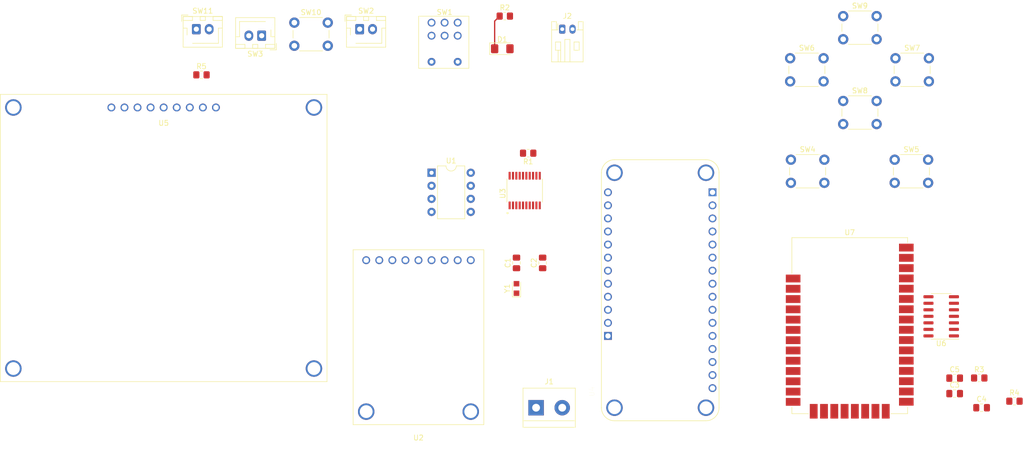
<source format=kicad_pcb>
(kicad_pcb (version 20171130) (host pcbnew "(5.1.10)-1")

  (general
    (thickness 1.6)
    (drawings 0)
    (tracks 2)
    (zones 0)
    (modules 32)
    (nets 90)
  )

  (page A4)
  (layers
    (0 F.Cu signal)
    (31 B.Cu signal)
    (32 B.Adhes user)
    (33 F.Adhes user)
    (34 B.Paste user)
    (35 F.Paste user)
    (36 B.SilkS user)
    (37 F.SilkS user)
    (38 B.Mask user)
    (39 F.Mask user)
    (40 Dwgs.User user)
    (41 Cmts.User user)
    (42 Eco1.User user)
    (43 Eco2.User user)
    (44 Edge.Cuts user)
    (45 Margin user)
    (46 B.CrtYd user)
    (47 F.CrtYd user)
    (48 B.Fab user)
    (49 F.Fab user)
  )

  (setup
    (last_trace_width 0.25)
    (trace_clearance 0.2)
    (zone_clearance 0.508)
    (zone_45_only no)
    (trace_min 0.2)
    (via_size 0.8)
    (via_drill 0.4)
    (via_min_size 0.4)
    (via_min_drill 0.3)
    (uvia_size 0.3)
    (uvia_drill 0.1)
    (uvias_allowed no)
    (uvia_min_size 0.2)
    (uvia_min_drill 0.1)
    (edge_width 0.05)
    (segment_width 0.2)
    (pcb_text_width 0.3)
    (pcb_text_size 1.5 1.5)
    (mod_edge_width 0.12)
    (mod_text_size 1 1)
    (mod_text_width 0.15)
    (pad_size 1.524 1.524)
    (pad_drill 0.762)
    (pad_to_mask_clearance 0)
    (aux_axis_origin 0 0)
    (visible_elements 7FFFFFFF)
    (pcbplotparams
      (layerselection 0x010fc_ffffffff)
      (usegerberextensions false)
      (usegerberattributes true)
      (usegerberadvancedattributes true)
      (creategerberjobfile true)
      (excludeedgelayer true)
      (linewidth 0.100000)
      (plotframeref false)
      (viasonmask false)
      (mode 1)
      (useauxorigin false)
      (hpglpennumber 1)
      (hpglpenspeed 20)
      (hpglpendiameter 15.000000)
      (psnegative false)
      (psa4output false)
      (plotreference true)
      (plotvalue true)
      (plotinvisibletext false)
      (padsonsilk false)
      (subtractmaskfromsilk false)
      (outputformat 1)
      (mirror false)
      (drillshape 1)
      (scaleselection 1)
      (outputdirectory ""))
  )

  (net 0 "")
  (net 1 GND)
  (net 2 "Net-(C1-Pad1)")
  (net 3 "Net-(C2-Pad1)")
  (net 4 +5V)
  (net 5 +3V3)
  (net 6 "Net-(D1-Pad1)")
  (net 7 "Net-(J1-Pad2)")
  (net 8 "Net-(J1-Pad1)")
  (net 9 "Net-(J2-Pad1)")
  (net 10 "Net-(R1-Pad1)")
  (net 11 "/xbee module/XBEE_SLEEP")
  (net 12 /RST)
  (net 13 "Net-(R5-Pad2)")
  (net 14 "Net-(SW1-Pad1)")
  (net 15 "Net-(SW1-Pad2)")
  (net 16 "Net-(SW1-Pad3)")
  (net 17 "Net-(SW1-Pad4)")
  (net 18 +BATT)
  (net 19 /SW_AUTOPILOT)
  (net 20 /SW_SAFETY)
  (net 21 /BTN_YAW-)
  (net 22 /BTN_YAW+)
  (net 23 /BTN_ROLL-)
  (net 24 /BTN_ROLL+)
  (net 25 /BTN_PITCH-)
  (net 26 /BTN_PITCH+)
  (net 27 "Net-(SW11-Pad1)")
  (net 28 /CAN_RX)
  (net 29 /CAN_TX)
  (net 30 "Net-(U2-Pad2)")
  (net 31 /GPS_PPS_D12)
  (net 32 /GPS_FIX_D11)
  (net 33 /GPS_RX)
  (net 34 "Net-(U2-Pad8)")
  (net 35 /GPS_TX)
  (net 36 "Net-(U2-Pad7)")
  (net 37 /CAN_~CS)
  (net 38 /CAN_SD)
  (net 39 /CAN_SI)
  (net 40 /CAN_SCK)
  (net 41 "Net-(U3-Pad12)")
  (net 42 "Net-(U3-Pad11)")
  (net 43 "Net-(U3-Pad10)")
  (net 44 "Net-(U3-Pad6)")
  (net 45 "Net-(U3-Pad5)")
  (net 46 "Net-(U3-Pad4)")
  (net 47 "Net-(U3-Pad3)")
  (net 48 /SCK)
  (net 49 /MOSI)
  (net 50 /XBEE_RX)
  (net 51 /XBEE_TX)
  (net 52 "Net-(U4-PadP2_8)")
  (net 53 "Net-(U4-PadP2_3)")
  (net 54 "Net-(U4-PadP2_2)")
  (net 55 "Net-(U5-Pad7)")
  (net 56 "Net-(U5-Pad1)")
  (net 57 "/xbee module/UART_~RTS")
  (net 58 "/xbee module/UART_~CTS")
  (net 59 "Net-(U6-Pad9)")
  (net 60 "Net-(U6-Pad6)")
  (net 61 "Net-(U6-Pad5)")
  (net 62 "Net-(U6-Pad4)")
  (net 63 "Net-(U6-Pad3)")
  (net 64 "Net-(U6-Pad2)")
  (net 65 "Net-(U7-Pad37)")
  (net 66 "Net-(U7-Pad36)")
  (net 67 "Net-(U7-Pad34)")
  (net 68 "Net-(U7-Pad33)")
  (net 69 "Net-(U7-Pad32)")
  (net 70 "Net-(U7-Pad31)")
  (net 71 "Net-(U7-Pad30)")
  (net 72 "Net-(U7-Pad28)")
  (net 73 "Net-(U7-Pad27)")
  (net 74 "Net-(U7-Pad26)")
  (net 75 "Net-(U7-Pad24)")
  (net 76 "Net-(U7-Pad23)")
  (net 77 "Net-(U7-Pad21)")
  (net 78 "Net-(U7-Pad20)")
  (net 79 "Net-(U7-Pad19)")
  (net 80 "Net-(U7-Pad18)")
  (net 81 "Net-(U7-Pad17)")
  (net 82 "Net-(U7-Pad16)")
  (net 83 "Net-(U7-Pad15)")
  (net 84 "Net-(U7-Pad14)")
  (net 85 "Net-(U7-Pad12)")
  (net 86 "Net-(U7-Pad9)")
  (net 87 "Net-(U7-Pad8)")
  (net 88 "Net-(U7-Pad7)")
  (net 89 "Net-(U7-Pad5)")

  (net_class Default "This is the default net class."
    (clearance 0.2)
    (trace_width 0.25)
    (via_dia 0.8)
    (via_drill 0.4)
    (uvia_dia 0.3)
    (uvia_drill 0.1)
    (add_net +3V3)
    (add_net +5V)
    (add_net +BATT)
    (add_net /BTN_PITCH+)
    (add_net /BTN_PITCH-)
    (add_net /BTN_ROLL+)
    (add_net /BTN_ROLL-)
    (add_net /BTN_YAW+)
    (add_net /BTN_YAW-)
    (add_net /CAN_RX)
    (add_net /CAN_SCK)
    (add_net /CAN_SD)
    (add_net /CAN_SI)
    (add_net /CAN_TX)
    (add_net /CAN_~CS)
    (add_net /GPS_FIX_D11)
    (add_net /GPS_PPS_D12)
    (add_net /GPS_RX)
    (add_net /GPS_TX)
    (add_net /MOSI)
    (add_net /RST)
    (add_net /SCK)
    (add_net /SW_AUTOPILOT)
    (add_net /SW_SAFETY)
    (add_net /XBEE_RX)
    (add_net /XBEE_TX)
    (add_net "/xbee module/UART_~CTS")
    (add_net "/xbee module/UART_~RTS")
    (add_net "/xbee module/XBEE_SLEEP")
    (add_net GND)
    (add_net "Net-(C1-Pad1)")
    (add_net "Net-(C2-Pad1)")
    (add_net "Net-(D1-Pad1)")
    (add_net "Net-(J1-Pad1)")
    (add_net "Net-(J1-Pad2)")
    (add_net "Net-(J2-Pad1)")
    (add_net "Net-(R1-Pad1)")
    (add_net "Net-(R5-Pad2)")
    (add_net "Net-(SW1-Pad1)")
    (add_net "Net-(SW1-Pad2)")
    (add_net "Net-(SW1-Pad3)")
    (add_net "Net-(SW1-Pad4)")
    (add_net "Net-(SW11-Pad1)")
    (add_net "Net-(U2-Pad2)")
    (add_net "Net-(U2-Pad7)")
    (add_net "Net-(U2-Pad8)")
    (add_net "Net-(U3-Pad10)")
    (add_net "Net-(U3-Pad11)")
    (add_net "Net-(U3-Pad12)")
    (add_net "Net-(U3-Pad3)")
    (add_net "Net-(U3-Pad4)")
    (add_net "Net-(U3-Pad5)")
    (add_net "Net-(U3-Pad6)")
    (add_net "Net-(U4-PadP2_2)")
    (add_net "Net-(U4-PadP2_3)")
    (add_net "Net-(U4-PadP2_8)")
    (add_net "Net-(U5-Pad1)")
    (add_net "Net-(U5-Pad7)")
    (add_net "Net-(U6-Pad2)")
    (add_net "Net-(U6-Pad3)")
    (add_net "Net-(U6-Pad4)")
    (add_net "Net-(U6-Pad5)")
    (add_net "Net-(U6-Pad6)")
    (add_net "Net-(U6-Pad9)")
    (add_net "Net-(U7-Pad12)")
    (add_net "Net-(U7-Pad14)")
    (add_net "Net-(U7-Pad15)")
    (add_net "Net-(U7-Pad16)")
    (add_net "Net-(U7-Pad17)")
    (add_net "Net-(U7-Pad18)")
    (add_net "Net-(U7-Pad19)")
    (add_net "Net-(U7-Pad20)")
    (add_net "Net-(U7-Pad21)")
    (add_net "Net-(U7-Pad23)")
    (add_net "Net-(U7-Pad24)")
    (add_net "Net-(U7-Pad26)")
    (add_net "Net-(U7-Pad27)")
    (add_net "Net-(U7-Pad28)")
    (add_net "Net-(U7-Pad30)")
    (add_net "Net-(U7-Pad31)")
    (add_net "Net-(U7-Pad32)")
    (add_net "Net-(U7-Pad33)")
    (add_net "Net-(U7-Pad34)")
    (add_net "Net-(U7-Pad36)")
    (add_net "Net-(U7-Pad37)")
    (add_net "Net-(U7-Pad5)")
    (add_net "Net-(U7-Pad7)")
    (add_net "Net-(U7-Pad8)")
    (add_net "Net-(U7-Pad9)")
  )

  (module Crystal:Crystal_SMD_TXC_9HT11-2Pin_2.0x1.2mm_HandSoldering (layer F.Cu) (tedit 5A0FD1B2) (tstamp 61CC25EC)
    (at 176.53 78.395 90)
    (descr "SMD Crystal TXC 9HT11 http://txccrystal.com/images/pdf/9ht11.pdf, hand-soldering, 2.0x1.2mm^2 package")
    (tags "SMD SMT crystal hand-soldering")
    (path /619FA78B)
    (attr smd)
    (fp_text reference Y1 (at 0 -1.8 90) (layer F.SilkS)
      (effects (font (size 1 1) (thickness 0.15)))
    )
    (fp_text value Crystal (at 0 1.8 90) (layer F.Fab)
      (effects (font (size 1 1) (thickness 0.15)))
    )
    (fp_circle (center 0 0) (end 0.046667 0) (layer F.Adhes) (width 0.093333))
    (fp_circle (center 0 0) (end 0.106667 0) (layer F.Adhes) (width 0.066667))
    (fp_circle (center 0 0) (end 0.166667 0) (layer F.Adhes) (width 0.066667))
    (fp_circle (center 0 0) (end 0.2 0) (layer F.Adhes) (width 0.1))
    (fp_line (start 1.7 -0.9) (end -1.7 -0.9) (layer F.CrtYd) (width 0.05))
    (fp_line (start 1.7 0.9) (end 1.7 -0.9) (layer F.CrtYd) (width 0.05))
    (fp_line (start -1.7 0.9) (end 1.7 0.9) (layer F.CrtYd) (width 0.05))
    (fp_line (start -1.7 -0.9) (end -1.7 0.9) (layer F.CrtYd) (width 0.05))
    (fp_line (start -1.65 0.8) (end 1.2 0.8) (layer F.SilkS) (width 0.12))
    (fp_line (start -1.65 -0.8) (end -1.65 0.8) (layer F.SilkS) (width 0.12))
    (fp_line (start 1.2 -0.8) (end -1.65 -0.8) (layer F.SilkS) (width 0.12))
    (fp_line (start -1 0.1) (end -0.5 0.6) (layer F.Fab) (width 0.1))
    (fp_line (start 1 -0.6) (end -1 -0.6) (layer F.Fab) (width 0.1))
    (fp_line (start 1 0.6) (end 1 -0.6) (layer F.Fab) (width 0.1))
    (fp_line (start -1 0.6) (end 1 0.6) (layer F.Fab) (width 0.1))
    (fp_line (start -1 -0.6) (end -1 0.6) (layer F.Fab) (width 0.1))
    (fp_text user %R (at 0 0 90) (layer F.Fab)
      (effects (font (size 0.5 0.5) (thickness 0.075)))
    )
    (pad 2 smd rect (at 0.925 0 90) (size 1.05 1.1) (layers F.Cu F.Paste F.Mask)
      (net 3 "Net-(C2-Pad1)"))
    (pad 1 smd rect (at -0.925 0 90) (size 1.05 1.1) (layers F.Cu F.Paste F.Mask)
      (net 2 "Net-(C1-Pad1)"))
    (model ${KISYS3DMOD}/Crystal.3dshapes/Crystal_SMD_TXC_9HT11-2Pin_2.0x1.2mm_HandSoldering.wrl
      (at (xyz 0 0 0))
      (scale (xyz 1 1 1))
      (rotate (xyz 0 0 0))
    )
  )

  (module RF_Module:Digi_XBee_SMT (layer F.Cu) (tedit 5A056D4C) (tstamp 61CC25D5)
    (at 241.3 86.36)
    (descr "http://www.digi.com/resources/documentation/digidocs/pdfs/90002126.pdf http://ftp1.digi.com/support/documentation/90001020_F.pdf")
    (tags "Digi XBee SMT RF")
    (path /6199FBE7/5BA27C8A)
    (attr smd)
    (fp_text reference U7 (at 0 -18.85) (layer F.SilkS)
      (effects (font (size 1 1) (thickness 0.15)))
    )
    (fp_text value XBee_SMT (at 0 2.5) (layer F.Fab)
      (effects (font (size 1 1) (thickness 0.15)))
    )
    (fp_line (start -9.5 -10) (end -11 -9) (layer F.Fab) (width 0.1))
    (fp_line (start -11 -10.75) (end -9.5 -10) (layer F.Fab) (width 0.1))
    (fp_line (start -11 -17.6) (end -11 16.18) (layer F.Fab) (width 0.1))
    (fp_line (start 11 -17.6) (end -11 -17.6) (layer F.Fab) (width 0.1))
    (fp_line (start 11 16.18) (end 11 -17.6) (layer F.Fab) (width 0.1))
    (fp_line (start -11 16.18) (end 11 16.18) (layer F.Fab) (width 0.1))
    (fp_line (start 12.75 17.65) (end -12.75 17.65) (layer F.CrtYd) (width 0.05))
    (fp_line (start 12.75 -18.1) (end 12.75 17.65) (layer F.CrtYd) (width 0.05))
    (fp_line (start -12.75 -18.1) (end 12.75 -18.1) (layer F.CrtYd) (width 0.05))
    (fp_line (start -12.75 17.65) (end -12.75 -18.1) (layer F.CrtYd) (width 0.05))
    (fp_line (start 11.25 -17.85) (end 11.25 -16.85) (layer F.SilkS) (width 0.12))
    (fp_line (start -11.25 -17.85) (end 11.25 -17.85) (layer F.SilkS) (width 0.12))
    (fp_line (start -11.25 -10.85) (end -11.25 -17.85) (layer F.SilkS) (width 0.12))
    (fp_line (start -11.25 16.4) (end -8 16.4) (layer F.SilkS) (width 0.12))
    (fp_line (start -11.25 15.15) (end -11.25 16.4) (layer F.SilkS) (width 0.12))
    (fp_line (start 11.25 16.4) (end 11.25 15.15) (layer F.SilkS) (width 0.12))
    (fp_line (start 8 16.4) (end 11.25 16.4) (layer F.SilkS) (width 0.12))
    (fp_line (start 9.4 -10.6) (end 3 -10.6) (layer Dwgs.User) (width 0.12))
    (fp_line (start 9.4 -8.3) (end 9.4 -10.6) (layer Dwgs.User) (width 0.12))
    (fp_line (start 3 -8.3) (end 9.4 -8.3) (layer Dwgs.User) (width 0.12))
    (fp_line (start 3 -10.6) (end 3 -8.3) (layer Dwgs.User) (width 0.12))
    (fp_text user %R (at 0.25 0) (layer F.Fab)
      (effects (font (size 1 1) (thickness 0.15)))
    )
    (fp_text user required (at 4.8 -9) (layer Dwgs.User)
      (effects (font (size 0.5 0.5) (thickness 0.1)))
    )
    (fp_text user Keepout (at 4.8 -10) (layer Dwgs.User)
      (effects (font (size 0.5 0.5) (thickness 0.1)))
    )
    (fp_text user "Below module keepout or" (at 0 -4.2) (layer Dwgs.User)
      (effects (font (size 0.8 0.8) (thickness 0.1)))
    )
    (fp_text user "GND plane recommended!" (at 0 -3) (layer Dwgs.User)
      (effects (font (size 0.8 0.8) (thickness 0.1)))
    )
    (pad 37 smd rect (at 11 -15.92) (size 2.84 1.52) (layers F.Cu F.Paste F.Mask)
      (net 65 "Net-(U7-Pad37)"))
    (pad 36 smd rect (at 11 -13.92) (size 2.84 1.52) (layers F.Cu F.Paste F.Mask)
      (net 66 "Net-(U7-Pad36)"))
    (pad 35 smd rect (at 11 -11.92) (size 2.84 1.52) (layers F.Cu F.Paste F.Mask)
      (net 1 GND))
    (pad 34 smd rect (at 11 -9.92) (size 2.84 1.52) (layers F.Cu F.Paste F.Mask)
      (net 67 "Net-(U7-Pad34)"))
    (pad 33 smd rect (at 11 -7.92) (size 2.84 1.52) (layers F.Cu F.Paste F.Mask)
      (net 68 "Net-(U7-Pad33)"))
    (pad 32 smd rect (at 11 -5.92) (size 2.84 1.52) (layers F.Cu F.Paste F.Mask)
      (net 69 "Net-(U7-Pad32)"))
    (pad 31 smd rect (at 11 -3.92) (size 2.84 1.52) (layers F.Cu F.Paste F.Mask)
      (net 70 "Net-(U7-Pad31)"))
    (pad 30 smd rect (at 11 -1.92) (size 2.84 1.52) (layers F.Cu F.Paste F.Mask)
      (net 71 "Net-(U7-Pad30)"))
    (pad 29 smd rect (at 11 0.08) (size 2.84 1.52) (layers F.Cu F.Paste F.Mask)
      (net 62 "Net-(U6-Pad4)"))
    (pad 28 smd rect (at 11 2.08) (size 2.84 1.52) (layers F.Cu F.Paste F.Mask)
      (net 72 "Net-(U7-Pad28)"))
    (pad 27 smd rect (at 11 4.08) (size 2.84 1.52) (layers F.Cu F.Paste F.Mask)
      (net 73 "Net-(U7-Pad27)"))
    (pad 26 smd rect (at 11 6.08) (size 2.84 1.52) (layers F.Cu F.Paste F.Mask)
      (net 74 "Net-(U7-Pad26)"))
    (pad 25 smd rect (at 11 8.08) (size 2.84 1.52) (layers F.Cu F.Paste F.Mask)
      (net 61 "Net-(U6-Pad5)"))
    (pad 24 smd rect (at 11 10.08) (size 2.84 1.52) (layers F.Cu F.Paste F.Mask)
      (net 75 "Net-(U7-Pad24)"))
    (pad 23 smd rect (at 11 12.08) (size 2.84 1.52) (layers F.Cu F.Paste F.Mask)
      (net 76 "Net-(U7-Pad23)"))
    (pad 22 smd rect (at 11 14.08) (size 2.84 1.52) (layers F.Cu F.Paste F.Mask)
      (net 1 GND))
    (pad 21 smd rect (at 7 15.93 90) (size 2.84 1.52) (layers F.Cu F.Paste F.Mask)
      (net 77 "Net-(U7-Pad21)"))
    (pad 20 smd rect (at 5 15.93 90) (size 2.84 1.52) (layers F.Cu F.Paste F.Mask)
      (net 78 "Net-(U7-Pad20)"))
    (pad 19 smd rect (at 3 15.93 90) (size 2.84 1.52) (layers F.Cu F.Paste F.Mask)
      (net 79 "Net-(U7-Pad19)"))
    (pad 18 smd rect (at 1 15.93 90) (size 2.84 1.52) (layers F.Cu F.Paste F.Mask)
      (net 80 "Net-(U7-Pad18)"))
    (pad 17 smd rect (at -1 15.93 90) (size 2.84 1.52) (layers F.Cu F.Paste F.Mask)
      (net 81 "Net-(U7-Pad17)"))
    (pad 16 smd rect (at -3 15.93 90) (size 2.84 1.52) (layers F.Cu F.Paste F.Mask)
      (net 82 "Net-(U7-Pad16)"))
    (pad 15 smd rect (at -5 15.93 90) (size 2.84 1.52) (layers F.Cu F.Paste F.Mask)
      (net 83 "Net-(U7-Pad15)"))
    (pad 14 smd rect (at -7 15.93 90) (size 2.84 1.52) (layers F.Cu F.Paste F.Mask)
      (net 84 "Net-(U7-Pad14)"))
    (pad 13 smd rect (at -11 14.1) (size 2.84 1.52) (layers F.Cu F.Paste F.Mask)
      (net 1 GND))
    (pad 12 smd rect (at -11 12.1) (size 2.84 1.52) (layers F.Cu F.Paste F.Mask)
      (net 85 "Net-(U7-Pad12)"))
    (pad 11 smd rect (at -11 10.1) (size 2.84 1.52) (layers F.Cu F.Paste F.Mask)
      (net 1 GND))
    (pad 10 smd rect (at -11 8.1) (size 2.84 1.52) (layers F.Cu F.Paste F.Mask)
      (net 11 "/xbee module/XBEE_SLEEP"))
    (pad 9 smd rect (at -11 6.1) (size 2.84 1.52) (layers F.Cu F.Paste F.Mask)
      (net 86 "Net-(U7-Pad9)"))
    (pad 8 smd rect (at -11 4.1) (size 2.84 1.52) (layers F.Cu F.Paste F.Mask)
      (net 87 "Net-(U7-Pad8)"))
    (pad 7 smd rect (at -11 2.1) (size 2.84 1.52) (layers F.Cu F.Paste F.Mask)
      (net 88 "Net-(U7-Pad7)"))
    (pad 6 smd rect (at -11 0.1) (size 2.84 1.52) (layers F.Cu F.Paste F.Mask)
      (net 12 /RST))
    (pad 5 smd rect (at -11 -1.9) (size 2.84 1.52) (layers F.Cu F.Paste F.Mask)
      (net 89 "Net-(U7-Pad5)"))
    (pad 4 smd rect (at -11 -3.9) (size 2.84 1.52) (layers F.Cu F.Paste F.Mask)
      (net 64 "Net-(U6-Pad2)"))
    (pad 3 smd rect (at -11 -5.9) (size 2.84 1.52) (layers F.Cu F.Paste F.Mask)
      (net 63 "Net-(U6-Pad3)"))
    (pad 2 smd rect (at -11 -7.9) (size 2.84 1.52) (layers F.Cu F.Paste F.Mask)
      (net 5 +3V3))
    (pad 1 smd rect (at -11 -9.9) (size 2.84 1.52) (layers F.Cu F.Paste F.Mask)
      (net 1 GND))
    (model ${KISYS3DMOD}/RF_Module.3dshapes/Digi_XBee_SMT.wrl
      (at (xyz 0 0 0))
      (scale (xyz 1 1 1))
      (rotate (xyz 0 0 0))
    )
  )

  (module Package_SO:SOIC-14_3.9x8.7mm_P1.27mm (layer F.Cu) (tedit 5D9F72B1) (tstamp 61CC2592)
    (at 259.08 83.82 180)
    (descr "SOIC, 14 Pin (JEDEC MS-012AB, https://www.analog.com/media/en/package-pcb-resources/package/pkg_pdf/soic_narrow-r/r_14.pdf), generated with kicad-footprint-generator ipc_gullwing_generator.py")
    (tags "SOIC SO")
    (path /6199FBE7/5BA28032)
    (attr smd)
    (fp_text reference U6 (at 0 -5.28) (layer F.SilkS)
      (effects (font (size 1 1) (thickness 0.15)))
    )
    (fp_text value TXB0104D (at 0 5.28) (layer F.Fab)
      (effects (font (size 1 1) (thickness 0.15)))
    )
    (fp_line (start 3.7 -4.58) (end -3.7 -4.58) (layer F.CrtYd) (width 0.05))
    (fp_line (start 3.7 4.58) (end 3.7 -4.58) (layer F.CrtYd) (width 0.05))
    (fp_line (start -3.7 4.58) (end 3.7 4.58) (layer F.CrtYd) (width 0.05))
    (fp_line (start -3.7 -4.58) (end -3.7 4.58) (layer F.CrtYd) (width 0.05))
    (fp_line (start -1.95 -3.35) (end -0.975 -4.325) (layer F.Fab) (width 0.1))
    (fp_line (start -1.95 4.325) (end -1.95 -3.35) (layer F.Fab) (width 0.1))
    (fp_line (start 1.95 4.325) (end -1.95 4.325) (layer F.Fab) (width 0.1))
    (fp_line (start 1.95 -4.325) (end 1.95 4.325) (layer F.Fab) (width 0.1))
    (fp_line (start -0.975 -4.325) (end 1.95 -4.325) (layer F.Fab) (width 0.1))
    (fp_line (start 0 -4.435) (end -3.45 -4.435) (layer F.SilkS) (width 0.12))
    (fp_line (start 0 -4.435) (end 1.95 -4.435) (layer F.SilkS) (width 0.12))
    (fp_line (start 0 4.435) (end -1.95 4.435) (layer F.SilkS) (width 0.12))
    (fp_line (start 0 4.435) (end 1.95 4.435) (layer F.SilkS) (width 0.12))
    (fp_text user %R (at 0 0) (layer F.Fab)
      (effects (font (size 0.98 0.98) (thickness 0.15)))
    )
    (pad 14 smd roundrect (at 2.475 -3.81 180) (size 1.95 0.6) (layers F.Cu F.Paste F.Mask) (roundrect_rratio 0.25)
      (net 4 +5V))
    (pad 13 smd roundrect (at 2.475 -2.54 180) (size 1.95 0.6) (layers F.Cu F.Paste F.Mask) (roundrect_rratio 0.25)
      (net 50 /XBEE_RX))
    (pad 12 smd roundrect (at 2.475 -1.27 180) (size 1.95 0.6) (layers F.Cu F.Paste F.Mask) (roundrect_rratio 0.25)
      (net 51 /XBEE_TX))
    (pad 11 smd roundrect (at 2.475 0 180) (size 1.95 0.6) (layers F.Cu F.Paste F.Mask) (roundrect_rratio 0.25)
      (net 57 "/xbee module/UART_~RTS"))
    (pad 10 smd roundrect (at 2.475 1.27 180) (size 1.95 0.6) (layers F.Cu F.Paste F.Mask) (roundrect_rratio 0.25)
      (net 58 "/xbee module/UART_~CTS"))
    (pad 9 smd roundrect (at 2.475 2.54 180) (size 1.95 0.6) (layers F.Cu F.Paste F.Mask) (roundrect_rratio 0.25)
      (net 59 "Net-(U6-Pad9)"))
    (pad 8 smd roundrect (at 2.475 3.81 180) (size 1.95 0.6) (layers F.Cu F.Paste F.Mask) (roundrect_rratio 0.25)
      (net 5 +3V3))
    (pad 7 smd roundrect (at -2.475 3.81 180) (size 1.95 0.6) (layers F.Cu F.Paste F.Mask) (roundrect_rratio 0.25)
      (net 1 GND))
    (pad 6 smd roundrect (at -2.475 2.54 180) (size 1.95 0.6) (layers F.Cu F.Paste F.Mask) (roundrect_rratio 0.25)
      (net 60 "Net-(U6-Pad6)"))
    (pad 5 smd roundrect (at -2.475 1.27 180) (size 1.95 0.6) (layers F.Cu F.Paste F.Mask) (roundrect_rratio 0.25)
      (net 61 "Net-(U6-Pad5)"))
    (pad 4 smd roundrect (at -2.475 0 180) (size 1.95 0.6) (layers F.Cu F.Paste F.Mask) (roundrect_rratio 0.25)
      (net 62 "Net-(U6-Pad4)"))
    (pad 3 smd roundrect (at -2.475 -1.27 180) (size 1.95 0.6) (layers F.Cu F.Paste F.Mask) (roundrect_rratio 0.25)
      (net 63 "Net-(U6-Pad3)"))
    (pad 2 smd roundrect (at -2.475 -2.54 180) (size 1.95 0.6) (layers F.Cu F.Paste F.Mask) (roundrect_rratio 0.25)
      (net 64 "Net-(U6-Pad2)"))
    (pad 1 smd roundrect (at -2.475 -3.81 180) (size 1.95 0.6) (layers F.Cu F.Paste F.Mask) (roundrect_rratio 0.25)
      (net 5 +3V3))
    (model ${KISYS3DMOD}/Package_SO.3dshapes/SOIC-14_3.9x8.7mm_P1.27mm.wrl
      (at (xyz 0 0 0))
      (scale (xyz 1 1 1))
      (rotate (xyz 0 0 0))
    )
  )

  (module payload2022_custom:Sharp_Display (layer F.Cu) (tedit 602AE947) (tstamp 61CC2572)
    (at 118.11 43.18)
    (path /602ACB65)
    (fp_text reference U5 (at -10.16 3.04) (layer F.SilkS)
      (effects (font (size 1 1) (thickness 0.15)))
    )
    (fp_text value Sharp_Display_4694 (at -10.16 2.04) (layer F.Fab)
      (effects (font (size 1 1) (thickness 0.15)))
    )
    (fp_line (start -41.91 -2.54) (end 21.59 -2.54) (layer F.SilkS) (width 0.12))
    (fp_line (start 21.59 -2.54) (end 21.59 53.34) (layer F.SilkS) (width 0.12))
    (fp_line (start 21.59 53.34) (end -41.91 53.34) (layer F.SilkS) (width 0.12))
    (fp_line (start -41.91 53.34) (end -41.91 -2.54) (layer F.SilkS) (width 0.12))
    (pad 9 thru_hole circle (at -20.32 0) (size 1.53 1.53) (drill 1.02) (layers *.Cu *.Mask))
    (pad 8 thru_hole circle (at -17.78 0) (size 1.53 1.53) (drill 1.02) (layers *.Cu *.Mask)
      (net 27 "Net-(SW11-Pad1)"))
    (pad 7 thru_hole circle (at -15.24 0) (size 1.53 1.53) (drill 1.02) (layers *.Cu *.Mask)
      (net 55 "Net-(U5-Pad7)"))
    (pad 6 thru_hole circle (at -12.7 0) (size 1.53 1.53) (drill 1.02) (layers *.Cu *.Mask)
      (net 13 "Net-(R5-Pad2)"))
    (pad 5 thru_hole circle (at -10.16 0) (size 1.53 1.53) (drill 1.02) (layers *.Cu *.Mask)
      (net 49 /MOSI))
    (pad 4 thru_hole circle (at -7.62 0) (size 1.53 1.53) (drill 1.02) (layers *.Cu *.Mask)
      (net 48 /SCK))
    (pad 3 thru_hole circle (at -5.08 0) (size 1.53 1.53) (drill 1.02) (layers *.Cu *.Mask)
      (net 1 GND))
    (pad 2 thru_hole circle (at -2.54 0) (size 1.53 1.53) (drill 1.02) (layers *.Cu *.Mask)
      (net 5 +3V3))
    (pad 1 thru_hole circle (at 0 0) (size 1.53 1.53) (drill 1.02) (layers *.Cu *.Mask)
      (net 56 "Net-(U5-Pad1)"))
    (pad "" thru_hole circle (at 19.05 0) (size 3.2 3.2) (drill 2.5) (layers *.Cu *.Mask))
    (pad "" thru_hole circle (at 19.05 50.8) (size 3.2 3.2) (drill 2.5) (layers *.Cu *.Mask))
    (pad "" thru_hole circle (at -39.37 50.8) (size 3.2 3.2) (drill 2.5) (layers *.Cu *.Mask))
    (pad "" thru_hole circle (at -39.37 0) (size 3.2 3.2) (drill 2.5) (layers *.Cu *.Mask))
  )

  (module payload2022_custom:FEATHER_M0_BASIC_PROTO (layer F.Cu) (tedit 602AB284) (tstamp 61CC255D)
    (at 204.47 78.74 90)
    (path /602C87A2)
    (fp_text reference U4 (at -19.725 -13.275 90) (layer F.SilkS)
      (effects (font (size 1 1) (thickness 0.015)))
    )
    (fp_text value FEATHER_M0_BASIC_PROTO (at -4.785 13.315 90) (layer F.Fab)
      (effects (font (size 1 1) (thickness 0.015)))
    )
    (fp_line (start -25.4 8.89) (end -25.4 -8.89) (layer F.SilkS) (width 0.127))
    (fp_line (start -22.86 -11.43) (end 22.86 -11.43) (layer F.SilkS) (width 0.127))
    (fp_line (start 25.4 -8.89) (end 25.4 8.89) (layer F.SilkS) (width 0.127))
    (fp_line (start 22.86 11.43) (end -22.86 11.43) (layer F.SilkS) (width 0.127))
    (fp_line (start -25.4 8.89) (end -25.4 -8.89) (layer F.Fab) (width 0.127))
    (fp_line (start -22.86 -11.43) (end 22.86 -11.43) (layer F.Fab) (width 0.127))
    (fp_line (start 25.4 -8.89) (end 25.4 8.89) (layer F.Fab) (width 0.127))
    (fp_line (start 22.86 11.43) (end -22.86 11.43) (layer F.Fab) (width 0.127))
    (fp_line (start -25.65 -8.89) (end -25.65 8.89) (layer F.CrtYd) (width 0.05))
    (fp_line (start -22.86 11.68) (end 22.86 11.68) (layer F.CrtYd) (width 0.05))
    (fp_line (start 25.65 8.89) (end 25.65 -8.89) (layer F.CrtYd) (width 0.05))
    (fp_line (start 22.86 -11.68) (end -22.86 -11.68) (layer F.CrtYd) (width 0.05))
    (fp_arc (start 22.86 -8.89) (end 22.86 -11.68) (angle 90) (layer F.CrtYd) (width 0.05))
    (fp_arc (start 22.86 8.89) (end 25.65 8.89) (angle 90) (layer F.CrtYd) (width 0.05))
    (fp_arc (start -22.86 8.89) (end -22.86 11.68) (angle 90) (layer F.CrtYd) (width 0.05))
    (fp_arc (start -22.86 -8.89) (end -25.65 -8.89) (angle 90) (layer F.CrtYd) (width 0.05))
    (fp_arc (start 22.86 8.89) (end 22.86 11.43) (angle -90) (layer F.Fab) (width 0.127))
    (fp_arc (start 22.86 -8.89) (end 25.4 -8.89) (angle -90) (layer F.Fab) (width 0.127))
    (fp_arc (start -22.86 -8.89) (end -22.86 -11.43) (angle -90) (layer F.Fab) (width 0.127))
    (fp_arc (start -22.86 8.89) (end -25.4 8.89) (angle -90) (layer F.Fab) (width 0.127))
    (fp_arc (start 22.86 8.89) (end 22.86 11.43) (angle -90) (layer F.SilkS) (width 0.127))
    (fp_arc (start 22.86 -8.89) (end 25.4 -8.89) (angle -90) (layer F.SilkS) (width 0.127))
    (fp_arc (start -22.86 -8.89) (end -22.86 -11.43) (angle -90) (layer F.SilkS) (width 0.127))
    (fp_arc (start -22.86 8.89) (end -25.4 8.89) (angle -90) (layer F.SilkS) (width 0.127))
    (pad P$4 thru_hole circle (at 22.86 -8.89 90) (size 3.2 3.2) (drill 2.5) (layers *.Cu *.Mask))
    (pad P$3 thru_hole circle (at 22.86 8.89 90) (size 3.2 3.2) (drill 2.5) (layers *.Cu *.Mask))
    (pad P1_16 thru_hole circle (at -19.05 10.16 90) (size 1.53 1.53) (drill 1.02) (layers *.Cu *.Mask)
      (net 12 /RST))
    (pad P1_15 thru_hole circle (at -16.51 10.16 90) (size 1.53 1.53) (drill 1.02) (layers *.Cu *.Mask)
      (net 5 +3V3))
    (pad P1_14 thru_hole circle (at -13.97 10.16 90) (size 1.53 1.53) (drill 1.02) (layers *.Cu *.Mask)
      (net 21 /BTN_YAW-))
    (pad P1_13 thru_hole circle (at -11.43 10.16 90) (size 1.53 1.53) (drill 1.02) (layers *.Cu *.Mask)
      (net 1 GND))
    (pad P1_12 thru_hole circle (at -8.89 10.16 90) (size 1.53 1.53) (drill 1.02) (layers *.Cu *.Mask)
      (net 22 /BTN_YAW+))
    (pad P1_11 thru_hole circle (at -6.35 10.16 90) (size 1.53 1.53) (drill 1.02) (layers *.Cu *.Mask)
      (net 23 /BTN_ROLL-))
    (pad P1_10 thru_hole circle (at -3.81 10.16 90) (size 1.53 1.53) (drill 1.02) (layers *.Cu *.Mask)
      (net 24 /BTN_ROLL+))
    (pad P1_9 thru_hole circle (at -1.27 10.16 90) (size 1.53 1.53) (drill 1.02) (layers *.Cu *.Mask)
      (net 26 /BTN_PITCH+))
    (pad P1_8 thru_hole circle (at 1.27 10.16 90) (size 1.53 1.53) (drill 1.02) (layers *.Cu *.Mask)
      (net 25 /BTN_PITCH-))
    (pad P1_7 thru_hole circle (at 3.81 10.16 90) (size 1.53 1.53) (drill 1.02) (layers *.Cu *.Mask)
      (net 20 /SW_SAFETY))
    (pad P1_6 thru_hole circle (at 6.35 10.16 90) (size 1.53 1.53) (drill 1.02) (layers *.Cu *.Mask)
      (net 48 /SCK))
    (pad P1_5 thru_hole circle (at 8.89 10.16 90) (size 1.53 1.53) (drill 1.02) (layers *.Cu *.Mask)
      (net 49 /MOSI))
    (pad P1_4 thru_hole circle (at 11.43 10.16 90) (size 1.53 1.53) (drill 1.02) (layers *.Cu *.Mask)
      (net 19 /SW_AUTOPILOT))
    (pad P1_3 thru_hole circle (at 13.97 10.16 90) (size 1.53 1.53) (drill 1.02) (layers *.Cu *.Mask)
      (net 50 /XBEE_RX))
    (pad P1_2 thru_hole circle (at 16.51 10.16 90) (size 1.53 1.53) (drill 1.02) (layers *.Cu *.Mask)
      (net 51 /XBEE_TX))
    (pad P2_12 thru_hole circle (at 19.05 -10.16 90) (size 1.53 1.53) (drill 1.02) (layers *.Cu *.Mask)
      (net 37 /CAN_~CS))
    (pad P2_11 thru_hole circle (at 16.51 -10.16 90) (size 1.53 1.53) (drill 1.02) (layers *.Cu *.Mask)
      (net 40 /CAN_SCK))
    (pad P2_10 thru_hole circle (at 13.97 -10.16 90) (size 1.53 1.53) (drill 1.02) (layers *.Cu *.Mask)
      (net 39 /CAN_SI))
    (pad P2_9 thru_hole circle (at 11.43 -10.16 90) (size 1.53 1.53) (drill 1.02) (layers *.Cu *.Mask)
      (net 38 /CAN_SD))
    (pad P2_8 thru_hole circle (at 8.89 -10.16 90) (size 1.53 1.53) (drill 1.02) (layers *.Cu *.Mask)
      (net 52 "Net-(U4-PadP2_8)"))
    (pad P2_7 thru_hole circle (at 6.35 -10.16 90) (size 1.53 1.53) (drill 1.02) (layers *.Cu *.Mask)
      (net 35 /GPS_TX))
    (pad P2_6 thru_hole circle (at 3.81 -10.16 90) (size 1.53 1.53) (drill 1.02) (layers *.Cu *.Mask)
      (net 33 /GPS_RX))
    (pad P2_5 thru_hole circle (at 1.27 -10.16 90) (size 1.53 1.53) (drill 1.02) (layers *.Cu *.Mask)
      (net 32 /GPS_FIX_D11))
    (pad P2_4 thru_hole circle (at -1.27 -10.16 90) (size 1.53 1.53) (drill 1.02) (layers *.Cu *.Mask)
      (net 31 /GPS_PPS_D12))
    (pad P2_3 thru_hole circle (at -3.81 -10.16 90) (size 1.53 1.53) (drill 1.02) (layers *.Cu *.Mask)
      (net 53 "Net-(U4-PadP2_3)"))
    (pad P2_2 thru_hole circle (at -6.35 -10.16 90) (size 1.53 1.53) (drill 1.02) (layers *.Cu *.Mask)
      (net 54 "Net-(U4-PadP2_2)"))
    (pad P$2 thru_hole circle (at -22.86 8.89 90) (size 3.2 3.2) (drill 2.5) (layers *.Cu *.Mask))
    (pad P$1 thru_hole circle (at -22.86 -8.89 90) (size 3.2 3.2) (drill 2.5) (layers *.Cu *.Mask))
    (pad P2_1 thru_hole rect (at -8.89 -10.16 90) (size 1.53 1.53) (drill 1.02) (layers *.Cu *.Mask)
      (net 18 +BATT))
    (pad P1_1 thru_hole rect (at 19.05 10.16 90) (size 1.53 1.53) (drill 1.02) (layers *.Cu *.Mask)
      (net 1 GND))
  )

  (module payload2022_custom:MCP2515 (layer F.Cu) (tedit 61CBB58B) (tstamp 61CC2521)
    (at 178.125 59.345 90)
    (path /61CBD3DB)
    (fp_text reference U3 (at -0.575 -4.262 90) (layer F.SilkS)
      (effects (font (size 1 1) (thickness 0.15)))
    )
    (fp_text value MCP2515_payload_22 (at -0.345 6.025 90) (layer F.Fab)
      (effects (font (size 1 1) (thickness 0.15)))
    )
    (fp_line (start 3.885 -3.55) (end 3.885 3.55) (layer F.CrtYd) (width 0.05))
    (fp_line (start -3.885 -3.55) (end -3.885 3.55) (layer F.CrtYd) (width 0.05))
    (fp_line (start -3.885 3.55) (end 3.885 3.55) (layer F.CrtYd) (width 0.05))
    (fp_line (start -3.885 -3.55) (end 3.885 -3.55) (layer F.CrtYd) (width 0.05))
    (fp_line (start 2.25 -3.3) (end 2.25 3.3) (layer F.Fab) (width 0.127))
    (fp_line (start -2.25 -3.3) (end -2.25 3.3) (layer F.Fab) (width 0.127))
    (fp_line (start -2.25 3.45) (end 2.25 3.45) (layer F.SilkS) (width 0.127))
    (fp_line (start -2.25 -3.45) (end 2.25 -3.45) (layer F.SilkS) (width 0.127))
    (fp_line (start -2.25 3.3) (end 2.25 3.3) (layer F.Fab) (width 0.127))
    (fp_line (start -2.25 -3.3) (end 2.25 -3.3) (layer F.Fab) (width 0.127))
    (fp_circle (center -4.385 -3.335) (end -4.285 -3.335) (layer F.Fab) (width 0.2))
    (fp_circle (center -4.385 -3.335) (end -4.285 -3.335) (layer F.SilkS) (width 0.2))
    (pad 20 smd roundrect (at 2.885 -2.925 90) (size 1.5 0.41) (layers F.Cu F.Paste F.Mask) (roundrect_rratio 0.05))
    (pad 19 smd roundrect (at 2.885 -2.275 90) (size 1.5 0.41) (layers F.Cu F.Paste F.Mask) (roundrect_rratio 0.05))
    (pad 18 smd roundrect (at 2.885 -1.625 90) (size 1.5 0.41) (layers F.Cu F.Paste F.Mask) (roundrect_rratio 0.05)
      (net 5 +3V3))
    (pad 17 smd roundrect (at 2.885 -0.975 90) (size 1.5 0.41) (layers F.Cu F.Paste F.Mask) (roundrect_rratio 0.05)
      (net 10 "Net-(R1-Pad1)"))
    (pad 16 smd roundrect (at 2.885 -0.325 90) (size 1.5 0.41) (layers F.Cu F.Paste F.Mask) (roundrect_rratio 0.05)
      (net 37 /CAN_~CS))
    (pad 15 smd roundrect (at 2.885 0.325 90) (size 1.5 0.41) (layers F.Cu F.Paste F.Mask) (roundrect_rratio 0.05)
      (net 38 /CAN_SD))
    (pad 14 smd roundrect (at 2.885 0.975 90) (size 1.5 0.41) (layers F.Cu F.Paste F.Mask) (roundrect_rratio 0.05)
      (net 39 /CAN_SI))
    (pad 13 smd roundrect (at 2.885 1.625 90) (size 1.5 0.41) (layers F.Cu F.Paste F.Mask) (roundrect_rratio 0.05)
      (net 40 /CAN_SCK))
    (pad 12 smd roundrect (at 2.885 2.275 90) (size 1.5 0.41) (layers F.Cu F.Paste F.Mask) (roundrect_rratio 0.05)
      (net 41 "Net-(U3-Pad12)"))
    (pad 11 smd roundrect (at 2.885 2.925 90) (size 1.5 0.41) (layers F.Cu F.Paste F.Mask) (roundrect_rratio 0.05)
      (net 42 "Net-(U3-Pad11)"))
    (pad 10 smd roundrect (at -2.885 2.925 90) (size 1.5 0.41) (layers F.Cu F.Paste F.Mask) (roundrect_rratio 0.05)
      (net 43 "Net-(U3-Pad10)"))
    (pad 9 smd roundrect (at -2.885 2.275 90) (size 1.5 0.41) (layers F.Cu F.Paste F.Mask) (roundrect_rratio 0.05)
      (net 1 GND))
    (pad 8 smd roundrect (at -2.885 1.625 90) (size 1.5 0.41) (layers F.Cu F.Paste F.Mask) (roundrect_rratio 0.05)
      (net 3 "Net-(C2-Pad1)"))
    (pad 7 smd roundrect (at -2.885 0.975 90) (size 1.5 0.41) (layers F.Cu F.Paste F.Mask) (roundrect_rratio 0.05)
      (net 2 "Net-(C1-Pad1)"))
    (pad 6 smd roundrect (at -2.885 0.325 90) (size 1.5 0.41) (layers F.Cu F.Paste F.Mask) (roundrect_rratio 0.05)
      (net 44 "Net-(U3-Pad6)"))
    (pad 5 smd roundrect (at -2.885 -0.325 90) (size 1.5 0.41) (layers F.Cu F.Paste F.Mask) (roundrect_rratio 0.05)
      (net 45 "Net-(U3-Pad5)"))
    (pad 4 smd roundrect (at -2.885 -0.975 90) (size 1.5 0.41) (layers F.Cu F.Paste F.Mask) (roundrect_rratio 0.05)
      (net 46 "Net-(U3-Pad4)"))
    (pad 3 smd roundrect (at -2.885 -1.625 90) (size 1.5 0.41) (layers F.Cu F.Paste F.Mask) (roundrect_rratio 0.05)
      (net 47 "Net-(U3-Pad3)"))
    (pad 2 smd roundrect (at -2.885 -2.275 90) (size 1.5 0.41) (layers F.Cu F.Paste F.Mask) (roundrect_rratio 0.05)
      (net 28 /CAN_RX))
    (pad 1 smd roundrect (at -2.885 -2.925 90) (size 1.5 0.41) (layers F.Cu F.Paste F.Mask) (roundrect_rratio 0.05)
      (net 29 /CAN_TX))
  )

  (module payload2022_custom:GPS_Breakout_746 (layer F.Cu) (tedit 60F47DD5) (tstamp 61CC24FD)
    (at 157.48 107.95 180)
    (path /60E458B0)
    (fp_text reference U2 (at 0 0.5) (layer F.SilkS)
      (effects (font (size 1 1) (thickness 0.15)))
    )
    (fp_text value GPS_Breakout_746 (at 0 -1.27) (layer F.Fab)
      (effects (font (size 1 1) (thickness 0.15)))
    )
    (fp_line (start -12.7 3.048) (end 12.7 3.048) (layer F.SilkS) (width 0.12))
    (fp_line (start -12.7 37.084) (end -12.7 3.048) (layer F.SilkS) (width 0.12))
    (fp_line (start 12.7 37.084) (end -12.7 37.084) (layer F.SilkS) (width 0.12))
    (fp_line (start 12.7 3.048) (end 12.7 37.084) (layer F.SilkS) (width 0.12))
    (fp_line (start -12.7 3.048) (end 12.7 3.048) (layer F.Fab) (width 0.12))
    (fp_line (start 12.7 3.048) (end 12.7 37.084) (layer F.Fab) (width 0.12))
    (fp_line (start 12.7 37.084) (end -12.7 37.084) (layer F.Fab) (width 0.12))
    (fp_line (start -12.7 37.084) (end -12.7 3.048) (layer F.Fab) (width 0.12))
    (fp_line (start -13.208 2.54) (end 13.208 2.54) (layer F.CrtYd) (width 0.12))
    (fp_line (start 13.208 2.54) (end 13.208 37.592) (layer F.CrtYd) (width 0.12))
    (fp_line (start 13.208 37.592) (end -13.208 37.592) (layer F.CrtYd) (width 0.12))
    (fp_line (start -13.208 37.592) (end -13.208 2.54) (layer F.CrtYd) (width 0.12))
    (pad "" thru_hole circle (at 10.16 5.588 180) (size 3.2 3.2) (drill 2.5) (layers *.Cu *.Mask))
    (pad "" thru_hole circle (at -10.16 5.588 180) (size 3.2 3.2) (drill 2.5) (layers *.Cu *.Mask))
    (pad 2 thru_hole circle (at 7.62 35.052 180) (size 1.53 1.53) (drill 1.02) (layers *.Cu *.Mask)
      (net 30 "Net-(U2-Pad2)"))
    (pad 1 thru_hole circle (at 10.16 35.052 180) (size 1.53 1.53) (drill 1.02) (layers *.Cu *.Mask)
      (net 31 /GPS_PPS_D12))
    (pad 6 thru_hole circle (at -2.54 35.052 180) (size 1.53 1.53) (drill 1.02) (layers *.Cu *.Mask)
      (net 32 /GPS_FIX_D11))
    (pad 4 thru_hole circle (at 2.54 35.052 180) (size 1.53 1.53) (drill 1.02) (layers *.Cu *.Mask)
      (net 33 /GPS_RX))
    (pad 8 thru_hole circle (at -7.62 35.052 180) (size 1.53 1.53) (drill 1.02) (layers *.Cu *.Mask)
      (net 34 "Net-(U2-Pad8)"))
    (pad 3 thru_hole circle (at 5.08 35.052 180) (size 1.53 1.53) (drill 1.02) (layers *.Cu *.Mask)
      (net 1 GND))
    (pad 9 thru_hole circle (at -10.16 35.052 180) (size 1.53 1.53) (drill 1.02) (layers *.Cu *.Mask)
      (net 5 +3V3))
    (pad 5 thru_hole circle (at 0 35.052 180) (size 1.53 1.53) (drill 1.02) (layers *.Cu *.Mask)
      (net 35 /GPS_TX))
    (pad 7 thru_hole circle (at -5.08 35.052 180) (size 1.53 1.53) (drill 1.02) (layers *.Cu *.Mask)
      (net 36 "Net-(U2-Pad7)"))
  )

  (module Package_DIP:DIP-8_W7.62mm (layer F.Cu) (tedit 5A02E8C5) (tstamp 61CC24E2)
    (at 160.02 55.88)
    (descr "8-lead though-hole mounted DIP package, row spacing 7.62 mm (300 mils)")
    (tags "THT DIP DIL PDIP 2.54mm 7.62mm 300mil")
    (path /619FD495)
    (fp_text reference U1 (at 3.81 -2.33) (layer F.SilkS)
      (effects (font (size 1 1) (thickness 0.15)))
    )
    (fp_text value MCP2562-E-P (at 3.81 9.95) (layer F.Fab)
      (effects (font (size 1 1) (thickness 0.15)))
    )
    (fp_line (start 8.7 -1.55) (end -1.1 -1.55) (layer F.CrtYd) (width 0.05))
    (fp_line (start 8.7 9.15) (end 8.7 -1.55) (layer F.CrtYd) (width 0.05))
    (fp_line (start -1.1 9.15) (end 8.7 9.15) (layer F.CrtYd) (width 0.05))
    (fp_line (start -1.1 -1.55) (end -1.1 9.15) (layer F.CrtYd) (width 0.05))
    (fp_line (start 6.46 -1.33) (end 4.81 -1.33) (layer F.SilkS) (width 0.12))
    (fp_line (start 6.46 8.95) (end 6.46 -1.33) (layer F.SilkS) (width 0.12))
    (fp_line (start 1.16 8.95) (end 6.46 8.95) (layer F.SilkS) (width 0.12))
    (fp_line (start 1.16 -1.33) (end 1.16 8.95) (layer F.SilkS) (width 0.12))
    (fp_line (start 2.81 -1.33) (end 1.16 -1.33) (layer F.SilkS) (width 0.12))
    (fp_line (start 0.635 -0.27) (end 1.635 -1.27) (layer F.Fab) (width 0.1))
    (fp_line (start 0.635 8.89) (end 0.635 -0.27) (layer F.Fab) (width 0.1))
    (fp_line (start 6.985 8.89) (end 0.635 8.89) (layer F.Fab) (width 0.1))
    (fp_line (start 6.985 -1.27) (end 6.985 8.89) (layer F.Fab) (width 0.1))
    (fp_line (start 1.635 -1.27) (end 6.985 -1.27) (layer F.Fab) (width 0.1))
    (fp_text user %R (at 3.81 3.81) (layer F.Fab)
      (effects (font (size 1 1) (thickness 0.15)))
    )
    (fp_arc (start 3.81 -1.33) (end 2.81 -1.33) (angle -180) (layer F.SilkS) (width 0.12))
    (pad 8 thru_hole oval (at 7.62 0) (size 1.6 1.6) (drill 0.8) (layers *.Cu *.Mask)
      (net 1 GND))
    (pad 4 thru_hole oval (at 0 7.62) (size 1.6 1.6) (drill 0.8) (layers *.Cu *.Mask)
      (net 28 /CAN_RX))
    (pad 7 thru_hole oval (at 7.62 2.54) (size 1.6 1.6) (drill 0.8) (layers *.Cu *.Mask)
      (net 8 "Net-(J1-Pad1)"))
    (pad 3 thru_hole oval (at 0 5.08) (size 1.6 1.6) (drill 0.8) (layers *.Cu *.Mask)
      (net 5 +3V3))
    (pad 6 thru_hole oval (at 7.62 5.08) (size 1.6 1.6) (drill 0.8) (layers *.Cu *.Mask)
      (net 7 "Net-(J1-Pad2)"))
    (pad 2 thru_hole oval (at 0 2.54) (size 1.6 1.6) (drill 0.8) (layers *.Cu *.Mask)
      (net 1 GND))
    (pad 5 thru_hole oval (at 7.62 7.62) (size 1.6 1.6) (drill 0.8) (layers *.Cu *.Mask)
      (net 5 +3V3))
    (pad 1 thru_hole rect (at 0 0) (size 1.6 1.6) (drill 0.8) (layers *.Cu *.Mask)
      (net 29 /CAN_TX))
    (model ${KISYS3DMOD}/Package_DIP.3dshapes/DIP-8_W7.62mm.wrl
      (at (xyz 0 0 0))
      (scale (xyz 1 1 1))
      (rotate (xyz 0 0 0))
    )
  )

  (module Connector_JST:JST_XH_B2B-XH-AM_1x02_P2.50mm_Vertical (layer F.Cu) (tedit 5C28146E) (tstamp 61CC24C6)
    (at 114.3 27.94)
    (descr "JST XH series connector, B2B-XH-AM, with boss (http://www.jst-mfg.com/product/pdf/eng/eXH.pdf), generated with kicad-footprint-generator")
    (tags "connector JST XH vertical boss")
    (path /61CCFEA5)
    (fp_text reference SW11 (at 1.25 -3.55) (layer F.SilkS)
      (effects (font (size 1 1) (thickness 0.15)))
    )
    (fp_text value SW_DISP_ON (at 1.25 4.6) (layer F.Fab)
      (effects (font (size 1 1) (thickness 0.15)))
    )
    (fp_line (start -2.85 -2.75) (end -2.85 -1.5) (layer F.SilkS) (width 0.12))
    (fp_line (start -1.6 -2.75) (end -2.85 -2.75) (layer F.SilkS) (width 0.12))
    (fp_line (start 4.3 2.75) (end 1.25 2.75) (layer F.SilkS) (width 0.12))
    (fp_line (start 4.3 -0.2) (end 4.3 2.75) (layer F.SilkS) (width 0.12))
    (fp_line (start 5.05 -0.2) (end 4.3 -0.2) (layer F.SilkS) (width 0.12))
    (fp_line (start 1.25 2.75) (end -0.74 2.75) (layer F.SilkS) (width 0.12))
    (fp_line (start -1.8 -0.2) (end -1.8 1.14) (layer F.SilkS) (width 0.12))
    (fp_line (start -2.55 -0.2) (end -1.8 -0.2) (layer F.SilkS) (width 0.12))
    (fp_line (start 5.05 -2.45) (end 3.25 -2.45) (layer F.SilkS) (width 0.12))
    (fp_line (start 5.05 -1.7) (end 5.05 -2.45) (layer F.SilkS) (width 0.12))
    (fp_line (start 3.25 -1.7) (end 5.05 -1.7) (layer F.SilkS) (width 0.12))
    (fp_line (start 3.25 -2.45) (end 3.25 -1.7) (layer F.SilkS) (width 0.12))
    (fp_line (start -0.75 -2.45) (end -2.55 -2.45) (layer F.SilkS) (width 0.12))
    (fp_line (start -0.75 -1.7) (end -0.75 -2.45) (layer F.SilkS) (width 0.12))
    (fp_line (start -2.55 -1.7) (end -0.75 -1.7) (layer F.SilkS) (width 0.12))
    (fp_line (start -2.55 -2.45) (end -2.55 -1.7) (layer F.SilkS) (width 0.12))
    (fp_line (start 1.75 -2.45) (end 0.75 -2.45) (layer F.SilkS) (width 0.12))
    (fp_line (start 1.75 -1.7) (end 1.75 -2.45) (layer F.SilkS) (width 0.12))
    (fp_line (start 0.75 -1.7) (end 1.75 -1.7) (layer F.SilkS) (width 0.12))
    (fp_line (start 0.75 -2.45) (end 0.75 -1.7) (layer F.SilkS) (width 0.12))
    (fp_line (start 0 -1.35) (end 0.625 -2.35) (layer F.Fab) (width 0.1))
    (fp_line (start -0.625 -2.35) (end 0 -1.35) (layer F.Fab) (width 0.1))
    (fp_line (start 5.45 -2.85) (end -2.95 -2.85) (layer F.CrtYd) (width 0.05))
    (fp_line (start 5.45 3.9) (end 5.45 -2.85) (layer F.CrtYd) (width 0.05))
    (fp_line (start -2.95 3.9) (end 5.45 3.9) (layer F.CrtYd) (width 0.05))
    (fp_line (start -2.95 -2.85) (end -2.95 3.9) (layer F.CrtYd) (width 0.05))
    (fp_line (start 5.06 -2.46) (end -2.56 -2.46) (layer F.SilkS) (width 0.12))
    (fp_line (start 5.06 3.51) (end 5.06 -2.46) (layer F.SilkS) (width 0.12))
    (fp_line (start -2.56 3.51) (end 5.06 3.51) (layer F.SilkS) (width 0.12))
    (fp_line (start -2.56 -2.46) (end -2.56 3.51) (layer F.SilkS) (width 0.12))
    (fp_line (start 4.95 -2.35) (end -2.45 -2.35) (layer F.Fab) (width 0.1))
    (fp_line (start 4.95 3.4) (end 4.95 -2.35) (layer F.Fab) (width 0.1))
    (fp_line (start -2.45 3.4) (end 4.95 3.4) (layer F.Fab) (width 0.1))
    (fp_line (start -2.45 -2.35) (end -2.45 3.4) (layer F.Fab) (width 0.1))
    (fp_text user %R (at 1.27 2.54) (layer F.Fab)
      (effects (font (size 1 1) (thickness 0.15)))
    )
    (pad "" np_thru_hole circle (at -1.6 2) (size 1.2 1.2) (drill 1.2) (layers *.Cu *.Mask))
    (pad 2 thru_hole oval (at 2.5 0) (size 1.7 2) (drill 1) (layers *.Cu *.Mask)
      (net 13 "Net-(R5-Pad2)"))
    (pad 1 thru_hole roundrect (at 0 0) (size 1.7 2) (drill 1) (layers *.Cu *.Mask) (roundrect_rratio 0.147059)
      (net 27 "Net-(SW11-Pad1)"))
    (model ${KISYS3DMOD}/Connector_JST.3dshapes/JST_XH_B2B-XH-AM_1x02_P2.50mm_Vertical.wrl
      (at (xyz 0 0 0))
      (scale (xyz 1 1 1))
      (rotate (xyz 0 0 0))
    )
  )

  (module Button_Switch_THT:SW_PUSH_6mm (layer F.Cu) (tedit 5A02FE31) (tstamp 61CC249C)
    (at 133.35 26.67)
    (descr https://www.omron.com/ecb/products/pdf/en-b3f.pdf)
    (tags "tact sw push 6mm")
    (path /61CBD198)
    (fp_text reference SW10 (at 3.25 -2) (layer F.SilkS)
      (effects (font (size 1 1) (thickness 0.15)))
    )
    (fp_text value BTN_RESET_EVERYTHING (at 3.75 6.7) (layer F.Fab)
      (effects (font (size 1 1) (thickness 0.15)))
    )
    (fp_circle (center 3.25 2.25) (end 1.25 2.5) (layer F.Fab) (width 0.1))
    (fp_line (start 6.75 3) (end 6.75 1.5) (layer F.SilkS) (width 0.12))
    (fp_line (start 5.5 -1) (end 1 -1) (layer F.SilkS) (width 0.12))
    (fp_line (start -0.25 1.5) (end -0.25 3) (layer F.SilkS) (width 0.12))
    (fp_line (start 1 5.5) (end 5.5 5.5) (layer F.SilkS) (width 0.12))
    (fp_line (start 8 -1.25) (end 8 5.75) (layer F.CrtYd) (width 0.05))
    (fp_line (start 7.75 6) (end -1.25 6) (layer F.CrtYd) (width 0.05))
    (fp_line (start -1.5 5.75) (end -1.5 -1.25) (layer F.CrtYd) (width 0.05))
    (fp_line (start -1.25 -1.5) (end 7.75 -1.5) (layer F.CrtYd) (width 0.05))
    (fp_line (start -1.5 6) (end -1.25 6) (layer F.CrtYd) (width 0.05))
    (fp_line (start -1.5 5.75) (end -1.5 6) (layer F.CrtYd) (width 0.05))
    (fp_line (start -1.5 -1.5) (end -1.25 -1.5) (layer F.CrtYd) (width 0.05))
    (fp_line (start -1.5 -1.25) (end -1.5 -1.5) (layer F.CrtYd) (width 0.05))
    (fp_line (start 8 -1.5) (end 8 -1.25) (layer F.CrtYd) (width 0.05))
    (fp_line (start 7.75 -1.5) (end 8 -1.5) (layer F.CrtYd) (width 0.05))
    (fp_line (start 8 6) (end 8 5.75) (layer F.CrtYd) (width 0.05))
    (fp_line (start 7.75 6) (end 8 6) (layer F.CrtYd) (width 0.05))
    (fp_line (start 0.25 -0.75) (end 3.25 -0.75) (layer F.Fab) (width 0.1))
    (fp_line (start 0.25 5.25) (end 0.25 -0.75) (layer F.Fab) (width 0.1))
    (fp_line (start 6.25 5.25) (end 0.25 5.25) (layer F.Fab) (width 0.1))
    (fp_line (start 6.25 -0.75) (end 6.25 5.25) (layer F.Fab) (width 0.1))
    (fp_line (start 3.25 -0.75) (end 6.25 -0.75) (layer F.Fab) (width 0.1))
    (fp_text user %R (at 46.254999 30.374999) (layer F.Fab)
      (effects (font (size 1 1) (thickness 0.15)))
    )
    (pad 1 thru_hole circle (at 6.5 0 90) (size 2 2) (drill 1.1) (layers *.Cu *.Mask)
      (net 12 /RST))
    (pad 2 thru_hole circle (at 6.5 4.5 90) (size 2 2) (drill 1.1) (layers *.Cu *.Mask)
      (net 1 GND))
    (pad 1 thru_hole circle (at 0 0 90) (size 2 2) (drill 1.1) (layers *.Cu *.Mask)
      (net 12 /RST))
    (pad 2 thru_hole circle (at 0 4.5 90) (size 2 2) (drill 1.1) (layers *.Cu *.Mask)
      (net 1 GND))
    (model ${KISYS3DMOD}/Button_Switch_THT.3dshapes/SW_PUSH_6mm.wrl
      (at (xyz 0 0 0))
      (scale (xyz 1 1 1))
      (rotate (xyz 0 0 0))
    )
  )

  (module Button_Switch_THT:SW_PUSH_6mm (layer F.Cu) (tedit 5A02FE31) (tstamp 61CC247D)
    (at 240.03 25.4)
    (descr https://www.omron.com/ecb/products/pdf/en-b3f.pdf)
    (tags "tact sw push 6mm")
    (path /619F1685)
    (fp_text reference SW9 (at 3.25 -2) (layer F.SilkS)
      (effects (font (size 1 1) (thickness 0.15)))
    )
    (fp_text value BTN (at 3.75 6.7) (layer F.Fab)
      (effects (font (size 1 1) (thickness 0.15)))
    )
    (fp_circle (center 3.25 2.25) (end 1.25 2.5) (layer F.Fab) (width 0.1))
    (fp_line (start 6.75 3) (end 6.75 1.5) (layer F.SilkS) (width 0.12))
    (fp_line (start 5.5 -1) (end 1 -1) (layer F.SilkS) (width 0.12))
    (fp_line (start -0.25 1.5) (end -0.25 3) (layer F.SilkS) (width 0.12))
    (fp_line (start 1 5.5) (end 5.5 5.5) (layer F.SilkS) (width 0.12))
    (fp_line (start 8 -1.25) (end 8 5.75) (layer F.CrtYd) (width 0.05))
    (fp_line (start 7.75 6) (end -1.25 6) (layer F.CrtYd) (width 0.05))
    (fp_line (start -1.5 5.75) (end -1.5 -1.25) (layer F.CrtYd) (width 0.05))
    (fp_line (start -1.25 -1.5) (end 7.75 -1.5) (layer F.CrtYd) (width 0.05))
    (fp_line (start -1.5 6) (end -1.25 6) (layer F.CrtYd) (width 0.05))
    (fp_line (start -1.5 5.75) (end -1.5 6) (layer F.CrtYd) (width 0.05))
    (fp_line (start -1.5 -1.5) (end -1.25 -1.5) (layer F.CrtYd) (width 0.05))
    (fp_line (start -1.5 -1.25) (end -1.5 -1.5) (layer F.CrtYd) (width 0.05))
    (fp_line (start 8 -1.5) (end 8 -1.25) (layer F.CrtYd) (width 0.05))
    (fp_line (start 7.75 -1.5) (end 8 -1.5) (layer F.CrtYd) (width 0.05))
    (fp_line (start 8 6) (end 8 5.75) (layer F.CrtYd) (width 0.05))
    (fp_line (start 7.75 6) (end 8 6) (layer F.CrtYd) (width 0.05))
    (fp_line (start 0.25 -0.75) (end 3.25 -0.75) (layer F.Fab) (width 0.1))
    (fp_line (start 0.25 5.25) (end 0.25 -0.75) (layer F.Fab) (width 0.1))
    (fp_line (start 6.25 5.25) (end 0.25 5.25) (layer F.Fab) (width 0.1))
    (fp_line (start 6.25 -0.75) (end 6.25 5.25) (layer F.Fab) (width 0.1))
    (fp_line (start 3.25 -0.75) (end 6.25 -0.75) (layer F.Fab) (width 0.1))
    (fp_text user %R (at 3.25 2.25) (layer F.Fab)
      (effects (font (size 1 1) (thickness 0.15)))
    )
    (pad 1 thru_hole circle (at 6.5 0 90) (size 2 2) (drill 1.1) (layers *.Cu *.Mask)
      (net 26 /BTN_PITCH+))
    (pad 2 thru_hole circle (at 6.5 4.5 90) (size 2 2) (drill 1.1) (layers *.Cu *.Mask)
      (net 1 GND))
    (pad 1 thru_hole circle (at 0 0 90) (size 2 2) (drill 1.1) (layers *.Cu *.Mask)
      (net 26 /BTN_PITCH+))
    (pad 2 thru_hole circle (at 0 4.5 90) (size 2 2) (drill 1.1) (layers *.Cu *.Mask)
      (net 1 GND))
    (model ${KISYS3DMOD}/Button_Switch_THT.3dshapes/SW_PUSH_6mm.wrl
      (at (xyz 0 0 0))
      (scale (xyz 1 1 1))
      (rotate (xyz 0 0 0))
    )
  )

  (module Button_Switch_THT:SW_PUSH_6mm (layer F.Cu) (tedit 5A02FE31) (tstamp 61CC245E)
    (at 240.03 41.91)
    (descr https://www.omron.com/ecb/products/pdf/en-b3f.pdf)
    (tags "tact sw push 6mm")
    (path /619F167B)
    (fp_text reference SW8 (at 3.25 -2) (layer F.SilkS)
      (effects (font (size 1 1) (thickness 0.15)))
    )
    (fp_text value BTN (at 3.75 6.7) (layer F.Fab)
      (effects (font (size 1 1) (thickness 0.15)))
    )
    (fp_circle (center 3.25 2.25) (end 1.25 2.5) (layer F.Fab) (width 0.1))
    (fp_line (start 6.75 3) (end 6.75 1.5) (layer F.SilkS) (width 0.12))
    (fp_line (start 5.5 -1) (end 1 -1) (layer F.SilkS) (width 0.12))
    (fp_line (start -0.25 1.5) (end -0.25 3) (layer F.SilkS) (width 0.12))
    (fp_line (start 1 5.5) (end 5.5 5.5) (layer F.SilkS) (width 0.12))
    (fp_line (start 8 -1.25) (end 8 5.75) (layer F.CrtYd) (width 0.05))
    (fp_line (start 7.75 6) (end -1.25 6) (layer F.CrtYd) (width 0.05))
    (fp_line (start -1.5 5.75) (end -1.5 -1.25) (layer F.CrtYd) (width 0.05))
    (fp_line (start -1.25 -1.5) (end 7.75 -1.5) (layer F.CrtYd) (width 0.05))
    (fp_line (start -1.5 6) (end -1.25 6) (layer F.CrtYd) (width 0.05))
    (fp_line (start -1.5 5.75) (end -1.5 6) (layer F.CrtYd) (width 0.05))
    (fp_line (start -1.5 -1.5) (end -1.25 -1.5) (layer F.CrtYd) (width 0.05))
    (fp_line (start -1.5 -1.25) (end -1.5 -1.5) (layer F.CrtYd) (width 0.05))
    (fp_line (start 8 -1.5) (end 8 -1.25) (layer F.CrtYd) (width 0.05))
    (fp_line (start 7.75 -1.5) (end 8 -1.5) (layer F.CrtYd) (width 0.05))
    (fp_line (start 8 6) (end 8 5.75) (layer F.CrtYd) (width 0.05))
    (fp_line (start 7.75 6) (end 8 6) (layer F.CrtYd) (width 0.05))
    (fp_line (start 0.25 -0.75) (end 3.25 -0.75) (layer F.Fab) (width 0.1))
    (fp_line (start 0.25 5.25) (end 0.25 -0.75) (layer F.Fab) (width 0.1))
    (fp_line (start 6.25 5.25) (end 0.25 5.25) (layer F.Fab) (width 0.1))
    (fp_line (start 6.25 -0.75) (end 6.25 5.25) (layer F.Fab) (width 0.1))
    (fp_line (start 3.25 -0.75) (end 6.25 -0.75) (layer F.Fab) (width 0.1))
    (fp_text user %R (at 3.25 2.25) (layer F.Fab)
      (effects (font (size 1 1) (thickness 0.15)))
    )
    (pad 1 thru_hole circle (at 6.5 0 90) (size 2 2) (drill 1.1) (layers *.Cu *.Mask)
      (net 25 /BTN_PITCH-))
    (pad 2 thru_hole circle (at 6.5 4.5 90) (size 2 2) (drill 1.1) (layers *.Cu *.Mask)
      (net 1 GND))
    (pad 1 thru_hole circle (at 0 0 90) (size 2 2) (drill 1.1) (layers *.Cu *.Mask)
      (net 25 /BTN_PITCH-))
    (pad 2 thru_hole circle (at 0 4.5 90) (size 2 2) (drill 1.1) (layers *.Cu *.Mask)
      (net 1 GND))
    (model ${KISYS3DMOD}/Button_Switch_THT.3dshapes/SW_PUSH_6mm.wrl
      (at (xyz 0 0 0))
      (scale (xyz 1 1 1))
      (rotate (xyz 0 0 0))
    )
  )

  (module Button_Switch_THT:SW_PUSH_6mm (layer F.Cu) (tedit 5A02FE31) (tstamp 61CC243F)
    (at 250.19 33.6)
    (descr https://www.omron.com/ecb/products/pdf/en-b3f.pdf)
    (tags "tact sw push 6mm")
    (path /602593BA)
    (fp_text reference SW7 (at 3.25 -2) (layer F.SilkS)
      (effects (font (size 1 1) (thickness 0.15)))
    )
    (fp_text value BTN (at 3.75 6.7) (layer F.Fab)
      (effects (font (size 1 1) (thickness 0.15)))
    )
    (fp_circle (center 3.25 2.25) (end 1.25 2.5) (layer F.Fab) (width 0.1))
    (fp_line (start 6.75 3) (end 6.75 1.5) (layer F.SilkS) (width 0.12))
    (fp_line (start 5.5 -1) (end 1 -1) (layer F.SilkS) (width 0.12))
    (fp_line (start -0.25 1.5) (end -0.25 3) (layer F.SilkS) (width 0.12))
    (fp_line (start 1 5.5) (end 5.5 5.5) (layer F.SilkS) (width 0.12))
    (fp_line (start 8 -1.25) (end 8 5.75) (layer F.CrtYd) (width 0.05))
    (fp_line (start 7.75 6) (end -1.25 6) (layer F.CrtYd) (width 0.05))
    (fp_line (start -1.5 5.75) (end -1.5 -1.25) (layer F.CrtYd) (width 0.05))
    (fp_line (start -1.25 -1.5) (end 7.75 -1.5) (layer F.CrtYd) (width 0.05))
    (fp_line (start -1.5 6) (end -1.25 6) (layer F.CrtYd) (width 0.05))
    (fp_line (start -1.5 5.75) (end -1.5 6) (layer F.CrtYd) (width 0.05))
    (fp_line (start -1.5 -1.5) (end -1.25 -1.5) (layer F.CrtYd) (width 0.05))
    (fp_line (start -1.5 -1.25) (end -1.5 -1.5) (layer F.CrtYd) (width 0.05))
    (fp_line (start 8 -1.5) (end 8 -1.25) (layer F.CrtYd) (width 0.05))
    (fp_line (start 7.75 -1.5) (end 8 -1.5) (layer F.CrtYd) (width 0.05))
    (fp_line (start 8 6) (end 8 5.75) (layer F.CrtYd) (width 0.05))
    (fp_line (start 7.75 6) (end 8 6) (layer F.CrtYd) (width 0.05))
    (fp_line (start 0.25 -0.75) (end 3.25 -0.75) (layer F.Fab) (width 0.1))
    (fp_line (start 0.25 5.25) (end 0.25 -0.75) (layer F.Fab) (width 0.1))
    (fp_line (start 6.25 5.25) (end 0.25 5.25) (layer F.Fab) (width 0.1))
    (fp_line (start 6.25 -0.75) (end 6.25 5.25) (layer F.Fab) (width 0.1))
    (fp_line (start 3.25 -0.75) (end 6.25 -0.75) (layer F.Fab) (width 0.1))
    (fp_text user %R (at 3.25 2.25) (layer F.Fab)
      (effects (font (size 1 1) (thickness 0.15)))
    )
    (pad 1 thru_hole circle (at 6.5 0 90) (size 2 2) (drill 1.1) (layers *.Cu *.Mask)
      (net 24 /BTN_ROLL+))
    (pad 2 thru_hole circle (at 6.5 4.5 90) (size 2 2) (drill 1.1) (layers *.Cu *.Mask)
      (net 1 GND))
    (pad 1 thru_hole circle (at 0 0 90) (size 2 2) (drill 1.1) (layers *.Cu *.Mask)
      (net 24 /BTN_ROLL+))
    (pad 2 thru_hole circle (at 0 4.5 90) (size 2 2) (drill 1.1) (layers *.Cu *.Mask)
      (net 1 GND))
    (model ${KISYS3DMOD}/Button_Switch_THT.3dshapes/SW_PUSH_6mm.wrl
      (at (xyz 0 0 0))
      (scale (xyz 1 1 1))
      (rotate (xyz 0 0 0))
    )
  )

  (module Button_Switch_THT:SW_PUSH_6mm (layer F.Cu) (tedit 5A02FE31) (tstamp 61CC2420)
    (at 229.72 33.6)
    (descr https://www.omron.com/ecb/products/pdf/en-b3f.pdf)
    (tags "tact sw push 6mm")
    (path /60258B51)
    (fp_text reference SW6 (at 3.25 -2) (layer F.SilkS)
      (effects (font (size 1 1) (thickness 0.15)))
    )
    (fp_text value BTN (at 3.75 6.7) (layer F.Fab)
      (effects (font (size 1 1) (thickness 0.15)))
    )
    (fp_circle (center 3.25 2.25) (end 1.25 2.5) (layer F.Fab) (width 0.1))
    (fp_line (start 6.75 3) (end 6.75 1.5) (layer F.SilkS) (width 0.12))
    (fp_line (start 5.5 -1) (end 1 -1) (layer F.SilkS) (width 0.12))
    (fp_line (start -0.25 1.5) (end -0.25 3) (layer F.SilkS) (width 0.12))
    (fp_line (start 1 5.5) (end 5.5 5.5) (layer F.SilkS) (width 0.12))
    (fp_line (start 8 -1.25) (end 8 5.75) (layer F.CrtYd) (width 0.05))
    (fp_line (start 7.75 6) (end -1.25 6) (layer F.CrtYd) (width 0.05))
    (fp_line (start -1.5 5.75) (end -1.5 -1.25) (layer F.CrtYd) (width 0.05))
    (fp_line (start -1.25 -1.5) (end 7.75 -1.5) (layer F.CrtYd) (width 0.05))
    (fp_line (start -1.5 6) (end -1.25 6) (layer F.CrtYd) (width 0.05))
    (fp_line (start -1.5 5.75) (end -1.5 6) (layer F.CrtYd) (width 0.05))
    (fp_line (start -1.5 -1.5) (end -1.25 -1.5) (layer F.CrtYd) (width 0.05))
    (fp_line (start -1.5 -1.25) (end -1.5 -1.5) (layer F.CrtYd) (width 0.05))
    (fp_line (start 8 -1.5) (end 8 -1.25) (layer F.CrtYd) (width 0.05))
    (fp_line (start 7.75 -1.5) (end 8 -1.5) (layer F.CrtYd) (width 0.05))
    (fp_line (start 8 6) (end 8 5.75) (layer F.CrtYd) (width 0.05))
    (fp_line (start 7.75 6) (end 8 6) (layer F.CrtYd) (width 0.05))
    (fp_line (start 0.25 -0.75) (end 3.25 -0.75) (layer F.Fab) (width 0.1))
    (fp_line (start 0.25 5.25) (end 0.25 -0.75) (layer F.Fab) (width 0.1))
    (fp_line (start 6.25 5.25) (end 0.25 5.25) (layer F.Fab) (width 0.1))
    (fp_line (start 6.25 -0.75) (end 6.25 5.25) (layer F.Fab) (width 0.1))
    (fp_line (start 3.25 -0.75) (end 6.25 -0.75) (layer F.Fab) (width 0.1))
    (fp_text user %R (at 3.25 2.25) (layer F.Fab)
      (effects (font (size 1 1) (thickness 0.15)))
    )
    (pad 1 thru_hole circle (at 6.5 0 90) (size 2 2) (drill 1.1) (layers *.Cu *.Mask)
      (net 23 /BTN_ROLL-))
    (pad 2 thru_hole circle (at 6.5 4.5 90) (size 2 2) (drill 1.1) (layers *.Cu *.Mask)
      (net 1 GND))
    (pad 1 thru_hole circle (at 0 0 90) (size 2 2) (drill 1.1) (layers *.Cu *.Mask)
      (net 23 /BTN_ROLL-))
    (pad 2 thru_hole circle (at 0 4.5 90) (size 2 2) (drill 1.1) (layers *.Cu *.Mask)
      (net 1 GND))
    (model ${KISYS3DMOD}/Button_Switch_THT.3dshapes/SW_PUSH_6mm.wrl
      (at (xyz 0 0 0))
      (scale (xyz 1 1 1))
      (rotate (xyz 0 0 0))
    )
  )

  (module Button_Switch_THT:SW_PUSH_6mm (layer F.Cu) (tedit 5A02FE31) (tstamp 61CC2401)
    (at 250.04 53.34)
    (descr https://www.omron.com/ecb/products/pdf/en-b3f.pdf)
    (tags "tact sw push 6mm")
    (path /6025805E)
    (fp_text reference SW5 (at 3.25 -2) (layer F.SilkS)
      (effects (font (size 1 1) (thickness 0.15)))
    )
    (fp_text value BTN (at 3.75 6.7) (layer F.Fab)
      (effects (font (size 1 1) (thickness 0.15)))
    )
    (fp_circle (center 3.25 2.25) (end 1.25 2.5) (layer F.Fab) (width 0.1))
    (fp_line (start 6.75 3) (end 6.75 1.5) (layer F.SilkS) (width 0.12))
    (fp_line (start 5.5 -1) (end 1 -1) (layer F.SilkS) (width 0.12))
    (fp_line (start -0.25 1.5) (end -0.25 3) (layer F.SilkS) (width 0.12))
    (fp_line (start 1 5.5) (end 5.5 5.5) (layer F.SilkS) (width 0.12))
    (fp_line (start 8 -1.25) (end 8 5.75) (layer F.CrtYd) (width 0.05))
    (fp_line (start 7.75 6) (end -1.25 6) (layer F.CrtYd) (width 0.05))
    (fp_line (start -1.5 5.75) (end -1.5 -1.25) (layer F.CrtYd) (width 0.05))
    (fp_line (start -1.25 -1.5) (end 7.75 -1.5) (layer F.CrtYd) (width 0.05))
    (fp_line (start -1.5 6) (end -1.25 6) (layer F.CrtYd) (width 0.05))
    (fp_line (start -1.5 5.75) (end -1.5 6) (layer F.CrtYd) (width 0.05))
    (fp_line (start -1.5 -1.5) (end -1.25 -1.5) (layer F.CrtYd) (width 0.05))
    (fp_line (start -1.5 -1.25) (end -1.5 -1.5) (layer F.CrtYd) (width 0.05))
    (fp_line (start 8 -1.5) (end 8 -1.25) (layer F.CrtYd) (width 0.05))
    (fp_line (start 7.75 -1.5) (end 8 -1.5) (layer F.CrtYd) (width 0.05))
    (fp_line (start 8 6) (end 8 5.75) (layer F.CrtYd) (width 0.05))
    (fp_line (start 7.75 6) (end 8 6) (layer F.CrtYd) (width 0.05))
    (fp_line (start 0.25 -0.75) (end 3.25 -0.75) (layer F.Fab) (width 0.1))
    (fp_line (start 0.25 5.25) (end 0.25 -0.75) (layer F.Fab) (width 0.1))
    (fp_line (start 6.25 5.25) (end 0.25 5.25) (layer F.Fab) (width 0.1))
    (fp_line (start 6.25 -0.75) (end 6.25 5.25) (layer F.Fab) (width 0.1))
    (fp_line (start 3.25 -0.75) (end 6.25 -0.75) (layer F.Fab) (width 0.1))
    (fp_text user %R (at 3.25 2.54) (layer F.Fab)
      (effects (font (size 1 1) (thickness 0.15)))
    )
    (pad 1 thru_hole circle (at 6.5 0 90) (size 2 2) (drill 1.1) (layers *.Cu *.Mask)
      (net 22 /BTN_YAW+))
    (pad 2 thru_hole circle (at 6.5 4.5 90) (size 2 2) (drill 1.1) (layers *.Cu *.Mask)
      (net 1 GND))
    (pad 1 thru_hole circle (at 0 0 90) (size 2 2) (drill 1.1) (layers *.Cu *.Mask)
      (net 22 /BTN_YAW+))
    (pad 2 thru_hole circle (at 0 4.5 90) (size 2 2) (drill 1.1) (layers *.Cu *.Mask)
      (net 1 GND))
    (model ${KISYS3DMOD}/Button_Switch_THT.3dshapes/SW_PUSH_6mm.wrl
      (at (xyz 0 0 0))
      (scale (xyz 1 1 1))
      (rotate (xyz 0 0 0))
    )
  )

  (module Button_Switch_THT:SW_PUSH_6mm (layer F.Cu) (tedit 5A02FE31) (tstamp 61CC23E2)
    (at 229.87 53.34)
    (descr https://www.omron.com/ecb/products/pdf/en-b3f.pdf)
    (tags "tact sw push 6mm")
    (path /6025657F)
    (fp_text reference SW4 (at 3.25 -2) (layer F.SilkS)
      (effects (font (size 1 1) (thickness 0.15)))
    )
    (fp_text value BTN (at 3.75 6.7) (layer F.Fab)
      (effects (font (size 1 1) (thickness 0.15)))
    )
    (fp_circle (center 3.25 2.25) (end 1.25 2.5) (layer F.Fab) (width 0.1))
    (fp_line (start 6.75 3) (end 6.75 1.5) (layer F.SilkS) (width 0.12))
    (fp_line (start 5.5 -1) (end 1 -1) (layer F.SilkS) (width 0.12))
    (fp_line (start -0.25 1.5) (end -0.25 3) (layer F.SilkS) (width 0.12))
    (fp_line (start 1 5.5) (end 5.5 5.5) (layer F.SilkS) (width 0.12))
    (fp_line (start 8 -1.25) (end 8 5.75) (layer F.CrtYd) (width 0.05))
    (fp_line (start 7.75 6) (end -1.25 6) (layer F.CrtYd) (width 0.05))
    (fp_line (start -1.5 5.75) (end -1.5 -1.25) (layer F.CrtYd) (width 0.05))
    (fp_line (start -1.25 -1.5) (end 7.75 -1.5) (layer F.CrtYd) (width 0.05))
    (fp_line (start -1.5 6) (end -1.25 6) (layer F.CrtYd) (width 0.05))
    (fp_line (start -1.5 5.75) (end -1.5 6) (layer F.CrtYd) (width 0.05))
    (fp_line (start -1.5 -1.5) (end -1.25 -1.5) (layer F.CrtYd) (width 0.05))
    (fp_line (start -1.5 -1.25) (end -1.5 -1.5) (layer F.CrtYd) (width 0.05))
    (fp_line (start 8 -1.5) (end 8 -1.25) (layer F.CrtYd) (width 0.05))
    (fp_line (start 7.75 -1.5) (end 8 -1.5) (layer F.CrtYd) (width 0.05))
    (fp_line (start 8 6) (end 8 5.75) (layer F.CrtYd) (width 0.05))
    (fp_line (start 7.75 6) (end 8 6) (layer F.CrtYd) (width 0.05))
    (fp_line (start 0.25 -0.75) (end 3.25 -0.75) (layer F.Fab) (width 0.1))
    (fp_line (start 0.25 5.25) (end 0.25 -0.75) (layer F.Fab) (width 0.1))
    (fp_line (start 6.25 5.25) (end 0.25 5.25) (layer F.Fab) (width 0.1))
    (fp_line (start 6.25 -0.75) (end 6.25 5.25) (layer F.Fab) (width 0.1))
    (fp_line (start 3.25 -0.75) (end 6.25 -0.75) (layer F.Fab) (width 0.1))
    (fp_text user %R (at 3.25 2.25) (layer F.Fab)
      (effects (font (size 1 1) (thickness 0.15)))
    )
    (pad 1 thru_hole circle (at 6.5 0 90) (size 2 2) (drill 1.1) (layers *.Cu *.Mask)
      (net 21 /BTN_YAW-))
    (pad 2 thru_hole circle (at 6.5 4.5 90) (size 2 2) (drill 1.1) (layers *.Cu *.Mask)
      (net 1 GND))
    (pad 1 thru_hole circle (at 0 0 90) (size 2 2) (drill 1.1) (layers *.Cu *.Mask)
      (net 21 /BTN_YAW-))
    (pad 2 thru_hole circle (at 0 4.5 90) (size 2 2) (drill 1.1) (layers *.Cu *.Mask)
      (net 1 GND))
    (model ${KISYS3DMOD}/Button_Switch_THT.3dshapes/SW_PUSH_6mm.wrl
      (at (xyz 0 0 0))
      (scale (xyz 1 1 1))
      (rotate (xyz 0 0 0))
    )
  )

  (module Connector_JST:JST_XH_B2B-XH-AM_1x02_P2.50mm_Vertical (layer F.Cu) (tedit 5C28146E) (tstamp 61CC23C3)
    (at 127 29.21 180)
    (descr "JST XH series connector, B2B-XH-AM, with boss (http://www.jst-mfg.com/product/pdf/eng/eXH.pdf), generated with kicad-footprint-generator")
    (tags "connector JST XH vertical boss")
    (path /619FC6C5)
    (fp_text reference SW3 (at 1.25 -3.55) (layer F.SilkS)
      (effects (font (size 1 1) (thickness 0.15)))
    )
    (fp_text value SW_SAFETY (at 1.25 4.6) (layer F.Fab)
      (effects (font (size 1 1) (thickness 0.15)))
    )
    (fp_line (start -2.85 -2.75) (end -2.85 -1.5) (layer F.SilkS) (width 0.12))
    (fp_line (start -1.6 -2.75) (end -2.85 -2.75) (layer F.SilkS) (width 0.12))
    (fp_line (start 4.3 2.75) (end 1.25 2.75) (layer F.SilkS) (width 0.12))
    (fp_line (start 4.3 -0.2) (end 4.3 2.75) (layer F.SilkS) (width 0.12))
    (fp_line (start 5.05 -0.2) (end 4.3 -0.2) (layer F.SilkS) (width 0.12))
    (fp_line (start 1.25 2.75) (end -0.74 2.75) (layer F.SilkS) (width 0.12))
    (fp_line (start -1.8 -0.2) (end -1.8 1.14) (layer F.SilkS) (width 0.12))
    (fp_line (start -2.55 -0.2) (end -1.8 -0.2) (layer F.SilkS) (width 0.12))
    (fp_line (start 5.05 -2.45) (end 3.25 -2.45) (layer F.SilkS) (width 0.12))
    (fp_line (start 5.05 -1.7) (end 5.05 -2.45) (layer F.SilkS) (width 0.12))
    (fp_line (start 3.25 -1.7) (end 5.05 -1.7) (layer F.SilkS) (width 0.12))
    (fp_line (start 3.25 -2.45) (end 3.25 -1.7) (layer F.SilkS) (width 0.12))
    (fp_line (start -0.75 -2.45) (end -2.55 -2.45) (layer F.SilkS) (width 0.12))
    (fp_line (start -0.75 -1.7) (end -0.75 -2.45) (layer F.SilkS) (width 0.12))
    (fp_line (start -2.55 -1.7) (end -0.75 -1.7) (layer F.SilkS) (width 0.12))
    (fp_line (start -2.55 -2.45) (end -2.55 -1.7) (layer F.SilkS) (width 0.12))
    (fp_line (start 1.75 -2.45) (end 0.75 -2.45) (layer F.SilkS) (width 0.12))
    (fp_line (start 1.75 -1.7) (end 1.75 -2.45) (layer F.SilkS) (width 0.12))
    (fp_line (start 0.75 -1.7) (end 1.75 -1.7) (layer F.SilkS) (width 0.12))
    (fp_line (start 0.75 -2.45) (end 0.75 -1.7) (layer F.SilkS) (width 0.12))
    (fp_line (start 0 -1.35) (end 0.625 -2.35) (layer F.Fab) (width 0.1))
    (fp_line (start -0.625 -2.35) (end 0 -1.35) (layer F.Fab) (width 0.1))
    (fp_line (start 5.45 -2.85) (end -2.95 -2.85) (layer F.CrtYd) (width 0.05))
    (fp_line (start 5.45 3.9) (end 5.45 -2.85) (layer F.CrtYd) (width 0.05))
    (fp_line (start -2.95 3.9) (end 5.45 3.9) (layer F.CrtYd) (width 0.05))
    (fp_line (start -2.95 -2.85) (end -2.95 3.9) (layer F.CrtYd) (width 0.05))
    (fp_line (start 5.06 -2.46) (end -2.56 -2.46) (layer F.SilkS) (width 0.12))
    (fp_line (start 5.06 3.51) (end 5.06 -2.46) (layer F.SilkS) (width 0.12))
    (fp_line (start -2.56 3.51) (end 5.06 3.51) (layer F.SilkS) (width 0.12))
    (fp_line (start -2.56 -2.46) (end -2.56 3.51) (layer F.SilkS) (width 0.12))
    (fp_line (start 4.95 -2.35) (end -2.45 -2.35) (layer F.Fab) (width 0.1))
    (fp_line (start 4.95 3.4) (end 4.95 -2.35) (layer F.Fab) (width 0.1))
    (fp_line (start -2.45 3.4) (end 4.95 3.4) (layer F.Fab) (width 0.1))
    (fp_line (start -2.45 -2.35) (end -2.45 3.4) (layer F.Fab) (width 0.1))
    (fp_text user %R (at 1.23 2.54) (layer F.Fab)
      (effects (font (size 1 1) (thickness 0.15)))
    )
    (pad "" np_thru_hole circle (at -1.6 2 180) (size 1.2 1.2) (drill 1.2) (layers *.Cu *.Mask))
    (pad 2 thru_hole oval (at 2.5 0 180) (size 1.7 2) (drill 1) (layers *.Cu *.Mask)
      (net 1 GND))
    (pad 1 thru_hole roundrect (at 0 0 180) (size 1.7 2) (drill 1) (layers *.Cu *.Mask) (roundrect_rratio 0.147059)
      (net 20 /SW_SAFETY))
    (model ${KISYS3DMOD}/Connector_JST.3dshapes/JST_XH_B2B-XH-AM_1x02_P2.50mm_Vertical.wrl
      (at (xyz 0 0 0))
      (scale (xyz 1 1 1))
      (rotate (xyz 0 0 0))
    )
  )

  (module Connector_JST:JST_XH_B2B-XH-AM_1x02_P2.50mm_Vertical (layer F.Cu) (tedit 5C28146E) (tstamp 61CC2399)
    (at 146.05 27.94)
    (descr "JST XH series connector, B2B-XH-AM, with boss (http://www.jst-mfg.com/product/pdf/eng/eXH.pdf), generated with kicad-footprint-generator")
    (tags "connector JST XH vertical boss")
    (path /619FA274)
    (fp_text reference SW2 (at 1.25 -3.55) (layer F.SilkS)
      (effects (font (size 1 1) (thickness 0.15)))
    )
    (fp_text value SW_AUTOPILOT (at 1.25 4.6) (layer F.Fab)
      (effects (font (size 1 1) (thickness 0.15)))
    )
    (fp_line (start -2.85 -2.75) (end -2.85 -1.5) (layer F.SilkS) (width 0.12))
    (fp_line (start -1.6 -2.75) (end -2.85 -2.75) (layer F.SilkS) (width 0.12))
    (fp_line (start 4.3 2.75) (end 1.25 2.75) (layer F.SilkS) (width 0.12))
    (fp_line (start 4.3 -0.2) (end 4.3 2.75) (layer F.SilkS) (width 0.12))
    (fp_line (start 5.05 -0.2) (end 4.3 -0.2) (layer F.SilkS) (width 0.12))
    (fp_line (start 1.25 2.75) (end -0.74 2.75) (layer F.SilkS) (width 0.12))
    (fp_line (start -1.8 -0.2) (end -1.8 1.14) (layer F.SilkS) (width 0.12))
    (fp_line (start -2.55 -0.2) (end -1.8 -0.2) (layer F.SilkS) (width 0.12))
    (fp_line (start 5.05 -2.45) (end 3.25 -2.45) (layer F.SilkS) (width 0.12))
    (fp_line (start 5.05 -1.7) (end 5.05 -2.45) (layer F.SilkS) (width 0.12))
    (fp_line (start 3.25 -1.7) (end 5.05 -1.7) (layer F.SilkS) (width 0.12))
    (fp_line (start 3.25 -2.45) (end 3.25 -1.7) (layer F.SilkS) (width 0.12))
    (fp_line (start -0.75 -2.45) (end -2.55 -2.45) (layer F.SilkS) (width 0.12))
    (fp_line (start -0.75 -1.7) (end -0.75 -2.45) (layer F.SilkS) (width 0.12))
    (fp_line (start -2.55 -1.7) (end -0.75 -1.7) (layer F.SilkS) (width 0.12))
    (fp_line (start -2.55 -2.45) (end -2.55 -1.7) (layer F.SilkS) (width 0.12))
    (fp_line (start 1.75 -2.45) (end 0.75 -2.45) (layer F.SilkS) (width 0.12))
    (fp_line (start 1.75 -1.7) (end 1.75 -2.45) (layer F.SilkS) (width 0.12))
    (fp_line (start 0.75 -1.7) (end 1.75 -1.7) (layer F.SilkS) (width 0.12))
    (fp_line (start 0.75 -2.45) (end 0.75 -1.7) (layer F.SilkS) (width 0.12))
    (fp_line (start 0 -1.35) (end 0.625 -2.35) (layer F.Fab) (width 0.1))
    (fp_line (start -0.625 -2.35) (end 0 -1.35) (layer F.Fab) (width 0.1))
    (fp_line (start 5.45 -2.85) (end -2.95 -2.85) (layer F.CrtYd) (width 0.05))
    (fp_line (start 5.45 3.9) (end 5.45 -2.85) (layer F.CrtYd) (width 0.05))
    (fp_line (start -2.95 3.9) (end 5.45 3.9) (layer F.CrtYd) (width 0.05))
    (fp_line (start -2.95 -2.85) (end -2.95 3.9) (layer F.CrtYd) (width 0.05))
    (fp_line (start 5.06 -2.46) (end -2.56 -2.46) (layer F.SilkS) (width 0.12))
    (fp_line (start 5.06 3.51) (end 5.06 -2.46) (layer F.SilkS) (width 0.12))
    (fp_line (start -2.56 3.51) (end 5.06 3.51) (layer F.SilkS) (width 0.12))
    (fp_line (start -2.56 -2.46) (end -2.56 3.51) (layer F.SilkS) (width 0.12))
    (fp_line (start 4.95 -2.35) (end -2.45 -2.35) (layer F.Fab) (width 0.1))
    (fp_line (start 4.95 3.4) (end 4.95 -2.35) (layer F.Fab) (width 0.1))
    (fp_line (start -2.45 3.4) (end 4.95 3.4) (layer F.Fab) (width 0.1))
    (fp_line (start -2.45 -2.35) (end -2.45 3.4) (layer F.Fab) (width 0.1))
    (fp_text user %R (at 1.25 2.7) (layer F.Fab)
      (effects (font (size 1 1) (thickness 0.15)))
    )
    (pad "" np_thru_hole circle (at -1.6 2) (size 1.2 1.2) (drill 1.2) (layers *.Cu *.Mask))
    (pad 2 thru_hole oval (at 2.5 0) (size 1.7 2) (drill 1) (layers *.Cu *.Mask)
      (net 1 GND))
    (pad 1 thru_hole roundrect (at 0 0) (size 1.7 2) (drill 1) (layers *.Cu *.Mask) (roundrect_rratio 0.147059)
      (net 19 /SW_AUTOPILOT))
    (model ${KISYS3DMOD}/Connector_JST.3dshapes/JST_XH_B2B-XH-AM_1x02_P2.50mm_Vertical.wrl
      (at (xyz 0 0 0))
      (scale (xyz 1 1 1))
      (rotate (xyz 0 0 0))
    )
  )

  (module payload2022_custom:SW_Rocker_A22K1H-EA (layer F.Cu) (tedit 6031A48C) (tstamp 61CC236F)
    (at 160.02 26.67)
    (path /602F6777)
    (fp_text reference SW1 (at 2.54 -2.032) (layer F.SilkS)
      (effects (font (size 1 1) (thickness 0.15)))
    )
    (fp_text value SW_PWR (at 1.524 -3.556) (layer F.Fab)
      (effects (font (size 1 1) (thickness 0.15)))
    )
    (fp_line (start 7.25 -1.25) (end 7.25 8.89) (layer F.SilkS) (width 0.12))
    (fp_line (start 7.25 8.89) (end -2.5 8.89) (layer F.SilkS) (width 0.12))
    (fp_line (start -2.5 8.89) (end -2.5 -1.25) (layer F.SilkS) (width 0.12))
    (fp_line (start -3.25 -1.25) (end 8 -1.25) (layer F.CrtYd) (width 0.12))
    (fp_line (start 8 -1.25) (end 8 8.89) (layer F.CrtYd) (width 0.12))
    (fp_line (start 8 8.89) (end -3.25 8.89) (layer F.CrtYd) (width 0.12))
    (fp_line (start -3.25 8.89) (end -3.25 -1.25) (layer F.CrtYd) (width 0.12))
    (fp_line (start 7.25 -1.25) (end -2.5 -1.25) (layer F.SilkS) (width 0.12))
    (pad 1 thru_hole circle (at 0 0) (size 1.524 1.524) (drill 1.016) (layers *.Cu *.Mask)
      (net 14 "Net-(SW1-Pad1)"))
    (pad 2 thru_hole circle (at 2.54 0) (size 1.524 1.524) (drill 1.016) (layers *.Cu *.Mask)
      (net 15 "Net-(SW1-Pad2)"))
    (pad 3 thru_hole circle (at 5.08 0) (size 1.524 1.524) (drill 1.016) (layers *.Cu *.Mask)
      (net 16 "Net-(SW1-Pad3)"))
    (pad 4 thru_hole circle (at 0 2.54) (size 1.524 1.524) (drill 1.016) (layers *.Cu *.Mask)
      (net 17 "Net-(SW1-Pad4)"))
    (pad 5 thru_hole circle (at 2.54 2.54) (size 1.524 1.524) (drill 1.016) (layers *.Cu *.Mask)
      (net 18 +BATT))
    (pad 6 thru_hole circle (at 5.08 2.54) (size 1.524 1.524) (drill 1.016) (layers *.Cu *.Mask)
      (net 9 "Net-(J2-Pad1)"))
    (pad "" thru_hole circle (at 0 7.62) (size 1.524 1.524) (drill 0.8) (layers *.Cu *.Mask))
    (pad "" thru_hole circle (at 5.08 7.62) (size 1.524 1.524) (drill 0.8) (layers *.Cu *.Mask))
  )

  (module Resistor_SMD:R_0805_2012Metric_Pad1.20x1.40mm_HandSolder (layer F.Cu) (tedit 5F68FEEE) (tstamp 61CC235B)
    (at 115.3 36.83)
    (descr "Resistor SMD 0805 (2012 Metric), square (rectangular) end terminal, IPC_7351 nominal with elongated pad for handsoldering. (Body size source: IPC-SM-782 page 72, https://www.pcb-3d.com/wordpress/wp-content/uploads/ipc-sm-782a_amendment_1_and_2.pdf), generated with kicad-footprint-generator")
    (tags "resistor handsolder")
    (path /61CBD530)
    (attr smd)
    (fp_text reference R5 (at 0 -1.65) (layer F.SilkS)
      (effects (font (size 1 1) (thickness 0.15)))
    )
    (fp_text value 5k (at 0 1.65) (layer F.Fab)
      (effects (font (size 1 1) (thickness 0.15)))
    )
    (fp_line (start 1.85 0.95) (end -1.85 0.95) (layer F.CrtYd) (width 0.05))
    (fp_line (start 1.85 -0.95) (end 1.85 0.95) (layer F.CrtYd) (width 0.05))
    (fp_line (start -1.85 -0.95) (end 1.85 -0.95) (layer F.CrtYd) (width 0.05))
    (fp_line (start -1.85 0.95) (end -1.85 -0.95) (layer F.CrtYd) (width 0.05))
    (fp_line (start -0.227064 0.735) (end 0.227064 0.735) (layer F.SilkS) (width 0.12))
    (fp_line (start -0.227064 -0.735) (end 0.227064 -0.735) (layer F.SilkS) (width 0.12))
    (fp_line (start 1 0.625) (end -1 0.625) (layer F.Fab) (width 0.1))
    (fp_line (start 1 -0.625) (end 1 0.625) (layer F.Fab) (width 0.1))
    (fp_line (start -1 -0.625) (end 1 -0.625) (layer F.Fab) (width 0.1))
    (fp_line (start -1 0.625) (end -1 -0.625) (layer F.Fab) (width 0.1))
    (fp_text user %R (at 0 0) (layer F.Fab)
      (effects (font (size 0.5 0.5) (thickness 0.08)))
    )
    (pad 2 smd roundrect (at 1 0) (size 1.2 1.4) (layers F.Cu F.Paste F.Mask) (roundrect_rratio 0.208333)
      (net 13 "Net-(R5-Pad2)"))
    (pad 1 smd roundrect (at -1 0) (size 1.2 1.4) (layers F.Cu F.Paste F.Mask) (roundrect_rratio 0.208333)
      (net 5 +3V3))
    (model ${KISYS3DMOD}/Resistor_SMD.3dshapes/R_0805_2012Metric.wrl
      (at (xyz 0 0 0))
      (scale (xyz 1 1 1))
      (rotate (xyz 0 0 0))
    )
  )

  (module Resistor_SMD:R_0805_2012Metric_Pad1.20x1.40mm_HandSolder (layer F.Cu) (tedit 5F68FEEE) (tstamp 61CC234A)
    (at 273.32 100.33)
    (descr "Resistor SMD 0805 (2012 Metric), square (rectangular) end terminal, IPC_7351 nominal with elongated pad for handsoldering. (Body size source: IPC-SM-782 page 72, https://www.pcb-3d.com/wordpress/wp-content/uploads/ipc-sm-782a_amendment_1_and_2.pdf), generated with kicad-footprint-generator")
    (tags "resistor handsolder")
    (path /6199FBE7/5BA2D660)
    (attr smd)
    (fp_text reference R4 (at 0 -1.65) (layer F.SilkS)
      (effects (font (size 1 1) (thickness 0.15)))
    )
    (fp_text value 10K (at 0 1.65) (layer F.Fab)
      (effects (font (size 1 1) (thickness 0.15)))
    )
    (fp_line (start 1.85 0.95) (end -1.85 0.95) (layer F.CrtYd) (width 0.05))
    (fp_line (start 1.85 -0.95) (end 1.85 0.95) (layer F.CrtYd) (width 0.05))
    (fp_line (start -1.85 -0.95) (end 1.85 -0.95) (layer F.CrtYd) (width 0.05))
    (fp_line (start -1.85 0.95) (end -1.85 -0.95) (layer F.CrtYd) (width 0.05))
    (fp_line (start -0.227064 0.735) (end 0.227064 0.735) (layer F.SilkS) (width 0.12))
    (fp_line (start -0.227064 -0.735) (end 0.227064 -0.735) (layer F.SilkS) (width 0.12))
    (fp_line (start 1 0.625) (end -1 0.625) (layer F.Fab) (width 0.1))
    (fp_line (start 1 -0.625) (end 1 0.625) (layer F.Fab) (width 0.1))
    (fp_line (start -1 -0.625) (end 1 -0.625) (layer F.Fab) (width 0.1))
    (fp_line (start -1 0.625) (end -1 -0.625) (layer F.Fab) (width 0.1))
    (fp_text user %R (at 0 0) (layer F.Fab)
      (effects (font (size 0.5 0.5) (thickness 0.08)))
    )
    (pad 2 smd roundrect (at 1 0) (size 1.2 1.4) (layers F.Cu F.Paste F.Mask) (roundrect_rratio 0.208333)
      (net 12 /RST))
    (pad 1 smd roundrect (at -1 0) (size 1.2 1.4) (layers F.Cu F.Paste F.Mask) (roundrect_rratio 0.208333)
      (net 5 +3V3))
    (model ${KISYS3DMOD}/Resistor_SMD.3dshapes/R_0805_2012Metric.wrl
      (at (xyz 0 0 0))
      (scale (xyz 1 1 1))
      (rotate (xyz 0 0 0))
    )
  )

  (module Resistor_SMD:R_0805_2012Metric_Pad1.20x1.40mm_HandSolder (layer F.Cu) (tedit 5F68FEEE) (tstamp 61CC2339)
    (at 266.475001 95.815001)
    (descr "Resistor SMD 0805 (2012 Metric), square (rectangular) end terminal, IPC_7351 nominal with elongated pad for handsoldering. (Body size source: IPC-SM-782 page 72, https://www.pcb-3d.com/wordpress/wp-content/uploads/ipc-sm-782a_amendment_1_and_2.pdf), generated with kicad-footprint-generator")
    (tags "resistor handsolder")
    (path /6199FBE7/5BA2F17A)
    (attr smd)
    (fp_text reference R3 (at 0 -1.65) (layer F.SilkS)
      (effects (font (size 1 1) (thickness 0.15)))
    )
    (fp_text value DNP (at 0 1.65) (layer F.Fab)
      (effects (font (size 1 1) (thickness 0.15)))
    )
    (fp_line (start 1.85 0.95) (end -1.85 0.95) (layer F.CrtYd) (width 0.05))
    (fp_line (start 1.85 -0.95) (end 1.85 0.95) (layer F.CrtYd) (width 0.05))
    (fp_line (start -1.85 -0.95) (end 1.85 -0.95) (layer F.CrtYd) (width 0.05))
    (fp_line (start -1.85 0.95) (end -1.85 -0.95) (layer F.CrtYd) (width 0.05))
    (fp_line (start -0.227064 0.735) (end 0.227064 0.735) (layer F.SilkS) (width 0.12))
    (fp_line (start -0.227064 -0.735) (end 0.227064 -0.735) (layer F.SilkS) (width 0.12))
    (fp_line (start 1 0.625) (end -1 0.625) (layer F.Fab) (width 0.1))
    (fp_line (start 1 -0.625) (end 1 0.625) (layer F.Fab) (width 0.1))
    (fp_line (start -1 -0.625) (end 1 -0.625) (layer F.Fab) (width 0.1))
    (fp_line (start -1 0.625) (end -1 -0.625) (layer F.Fab) (width 0.1))
    (fp_text user %R (at 0 0) (layer F.Fab)
      (effects (font (size 0.5 0.5) (thickness 0.08)))
    )
    (pad 2 smd roundrect (at 1 0) (size 1.2 1.4) (layers F.Cu F.Paste F.Mask) (roundrect_rratio 0.208333)
      (net 11 "/xbee module/XBEE_SLEEP"))
    (pad 1 smd roundrect (at -1 0) (size 1.2 1.4) (layers F.Cu F.Paste F.Mask) (roundrect_rratio 0.208333)
      (net 5 +3V3))
    (model ${KISYS3DMOD}/Resistor_SMD.3dshapes/R_0805_2012Metric.wrl
      (at (xyz 0 0 0))
      (scale (xyz 1 1 1))
      (rotate (xyz 0 0 0))
    )
  )

  (module Resistor_SMD:R_0805_2012Metric_Pad1.20x1.40mm_HandSolder (layer F.Cu) (tedit 5F68FEEE) (tstamp 61CC2328)
    (at 174.26 25.4)
    (descr "Resistor SMD 0805 (2012 Metric), square (rectangular) end terminal, IPC_7351 nominal with elongated pad for handsoldering. (Body size source: IPC-SM-782 page 72, https://www.pcb-3d.com/wordpress/wp-content/uploads/ipc-sm-782a_amendment_1_and_2.pdf), generated with kicad-footprint-generator")
    (tags "resistor handsolder")
    (path /6021D72C)
    (attr smd)
    (fp_text reference R2 (at 0 -1.65) (layer F.SilkS)
      (effects (font (size 1 1) (thickness 0.15)))
    )
    (fp_text value 160 (at 0 1.65) (layer F.Fab)
      (effects (font (size 1 1) (thickness 0.15)))
    )
    (fp_line (start 1.85 0.95) (end -1.85 0.95) (layer F.CrtYd) (width 0.05))
    (fp_line (start 1.85 -0.95) (end 1.85 0.95) (layer F.CrtYd) (width 0.05))
    (fp_line (start -1.85 -0.95) (end 1.85 -0.95) (layer F.CrtYd) (width 0.05))
    (fp_line (start -1.85 0.95) (end -1.85 -0.95) (layer F.CrtYd) (width 0.05))
    (fp_line (start -0.227064 0.735) (end 0.227064 0.735) (layer F.SilkS) (width 0.12))
    (fp_line (start -0.227064 -0.735) (end 0.227064 -0.735) (layer F.SilkS) (width 0.12))
    (fp_line (start 1 0.625) (end -1 0.625) (layer F.Fab) (width 0.1))
    (fp_line (start 1 -0.625) (end 1 0.625) (layer F.Fab) (width 0.1))
    (fp_line (start -1 -0.625) (end 1 -0.625) (layer F.Fab) (width 0.1))
    (fp_line (start -1 0.625) (end -1 -0.625) (layer F.Fab) (width 0.1))
    (fp_text user %R (at 0 0) (layer F.Fab)
      (effects (font (size 0.5 0.5) (thickness 0.08)))
    )
    (pad 2 smd roundrect (at 1 0) (size 1.2 1.4) (layers F.Cu F.Paste F.Mask) (roundrect_rratio 0.208333)
      (net 1 GND))
    (pad 1 smd roundrect (at -1 0) (size 1.2 1.4) (layers F.Cu F.Paste F.Mask) (roundrect_rratio 0.208333)
      (net 6 "Net-(D1-Pad1)"))
    (model ${KISYS3DMOD}/Resistor_SMD.3dshapes/R_0805_2012Metric.wrl
      (at (xyz 0 0 0))
      (scale (xyz 1 1 1))
      (rotate (xyz 0 0 0))
    )
  )

  (module Resistor_SMD:R_0805_2012Metric_Pad1.20x1.40mm_HandSolder (layer F.Cu) (tedit 5F68FEEE) (tstamp 61CC2317)
    (at 178.8 52.07 180)
    (descr "Resistor SMD 0805 (2012 Metric), square (rectangular) end terminal, IPC_7351 nominal with elongated pad for handsoldering. (Body size source: IPC-SM-782 page 72, https://www.pcb-3d.com/wordpress/wp-content/uploads/ipc-sm-782a_amendment_1_and_2.pdf), generated with kicad-footprint-generator")
    (tags "resistor handsolder")
    (path /619ACA8D)
    (attr smd)
    (fp_text reference R1 (at 0 -1.65) (layer F.SilkS)
      (effects (font (size 1 1) (thickness 0.15)))
    )
    (fp_text value 5k (at 0 1.65) (layer F.Fab)
      (effects (font (size 1 1) (thickness 0.15)))
    )
    (fp_line (start 1.85 0.95) (end -1.85 0.95) (layer F.CrtYd) (width 0.05))
    (fp_line (start 1.85 -0.95) (end 1.85 0.95) (layer F.CrtYd) (width 0.05))
    (fp_line (start -1.85 -0.95) (end 1.85 -0.95) (layer F.CrtYd) (width 0.05))
    (fp_line (start -1.85 0.95) (end -1.85 -0.95) (layer F.CrtYd) (width 0.05))
    (fp_line (start -0.227064 0.735) (end 0.227064 0.735) (layer F.SilkS) (width 0.12))
    (fp_line (start -0.227064 -0.735) (end 0.227064 -0.735) (layer F.SilkS) (width 0.12))
    (fp_line (start 1 0.625) (end -1 0.625) (layer F.Fab) (width 0.1))
    (fp_line (start 1 -0.625) (end 1 0.625) (layer F.Fab) (width 0.1))
    (fp_line (start -1 -0.625) (end 1 -0.625) (layer F.Fab) (width 0.1))
    (fp_line (start -1 0.625) (end -1 -0.625) (layer F.Fab) (width 0.1))
    (fp_text user %R (at 0 0) (layer F.Fab)
      (effects (font (size 0.5 0.5) (thickness 0.08)))
    )
    (pad 2 smd roundrect (at 1 0 180) (size 1.2 1.4) (layers F.Cu F.Paste F.Mask) (roundrect_rratio 0.208333)
      (net 5 +3V3))
    (pad 1 smd roundrect (at -1 0 180) (size 1.2 1.4) (layers F.Cu F.Paste F.Mask) (roundrect_rratio 0.208333)
      (net 10 "Net-(R1-Pad1)"))
    (model ${KISYS3DMOD}/Resistor_SMD.3dshapes/R_0805_2012Metric.wrl
      (at (xyz 0 0 0))
      (scale (xyz 1 1 1))
      (rotate (xyz 0 0 0))
    )
  )

  (module Connector_JST:JST_PH_S2B-PH-K_1x02_P2.00mm_Horizontal (layer F.Cu) (tedit 5B7745C6) (tstamp 61CC2306)
    (at 185.42 27.94)
    (descr "JST PH series connector, S2B-PH-K (http://www.jst-mfg.com/product/pdf/eng/ePH.pdf), generated with kicad-footprint-generator")
    (tags "connector JST PH top entry")
    (path /601931F0)
    (fp_text reference J2 (at 1 -2.55) (layer F.SilkS)
      (effects (font (size 1 1) (thickness 0.15)))
    )
    (fp_text value BATTERY (at 1 7.45) (layer F.Fab)
      (effects (font (size 1 1) (thickness 0.15)))
    )
    (fp_line (start 0.5 1.375) (end 0 0.875) (layer F.Fab) (width 0.1))
    (fp_line (start -0.5 1.375) (end 0.5 1.375) (layer F.Fab) (width 0.1))
    (fp_line (start 0 0.875) (end -0.5 1.375) (layer F.Fab) (width 0.1))
    (fp_line (start -0.86 0.14) (end -0.86 -1.075) (layer F.SilkS) (width 0.12))
    (fp_line (start 3.25 0.25) (end -1.25 0.25) (layer F.Fab) (width 0.1))
    (fp_line (start 3.25 -1.35) (end 3.25 0.25) (layer F.Fab) (width 0.1))
    (fp_line (start 3.95 -1.35) (end 3.25 -1.35) (layer F.Fab) (width 0.1))
    (fp_line (start 3.95 6.25) (end 3.95 -1.35) (layer F.Fab) (width 0.1))
    (fp_line (start -1.95 6.25) (end 3.95 6.25) (layer F.Fab) (width 0.1))
    (fp_line (start -1.95 -1.35) (end -1.95 6.25) (layer F.Fab) (width 0.1))
    (fp_line (start -1.25 -1.35) (end -1.95 -1.35) (layer F.Fab) (width 0.1))
    (fp_line (start -1.25 0.25) (end -1.25 -1.35) (layer F.Fab) (width 0.1))
    (fp_line (start 4.45 -1.85) (end -2.45 -1.85) (layer F.CrtYd) (width 0.05))
    (fp_line (start 4.45 6.75) (end 4.45 -1.85) (layer F.CrtYd) (width 0.05))
    (fp_line (start -2.45 6.75) (end 4.45 6.75) (layer F.CrtYd) (width 0.05))
    (fp_line (start -2.45 -1.85) (end -2.45 6.75) (layer F.CrtYd) (width 0.05))
    (fp_line (start -0.8 4.1) (end -0.8 6.36) (layer F.SilkS) (width 0.12))
    (fp_line (start -0.3 4.1) (end -0.3 6.36) (layer F.SilkS) (width 0.12))
    (fp_line (start 2.3 2.5) (end 3.3 2.5) (layer F.SilkS) (width 0.12))
    (fp_line (start 2.3 4.1) (end 2.3 2.5) (layer F.SilkS) (width 0.12))
    (fp_line (start 3.3 4.1) (end 2.3 4.1) (layer F.SilkS) (width 0.12))
    (fp_line (start 3.3 2.5) (end 3.3 4.1) (layer F.SilkS) (width 0.12))
    (fp_line (start -0.3 2.5) (end -1.3 2.5) (layer F.SilkS) (width 0.12))
    (fp_line (start -0.3 4.1) (end -0.3 2.5) (layer F.SilkS) (width 0.12))
    (fp_line (start -1.3 4.1) (end -0.3 4.1) (layer F.SilkS) (width 0.12))
    (fp_line (start -1.3 2.5) (end -1.3 4.1) (layer F.SilkS) (width 0.12))
    (fp_line (start 4.06 0.14) (end 3.14 0.14) (layer F.SilkS) (width 0.12))
    (fp_line (start -2.06 0.14) (end -1.14 0.14) (layer F.SilkS) (width 0.12))
    (fp_line (start 1.5 2) (end 1.5 6.36) (layer F.SilkS) (width 0.12))
    (fp_line (start 0.5 2) (end 1.5 2) (layer F.SilkS) (width 0.12))
    (fp_line (start 0.5 6.36) (end 0.5 2) (layer F.SilkS) (width 0.12))
    (fp_line (start 3.14 0.14) (end 2.86 0.14) (layer F.SilkS) (width 0.12))
    (fp_line (start 3.14 -1.46) (end 3.14 0.14) (layer F.SilkS) (width 0.12))
    (fp_line (start 4.06 -1.46) (end 3.14 -1.46) (layer F.SilkS) (width 0.12))
    (fp_line (start 4.06 6.36) (end 4.06 -1.46) (layer F.SilkS) (width 0.12))
    (fp_line (start -2.06 6.36) (end 4.06 6.36) (layer F.SilkS) (width 0.12))
    (fp_line (start -2.06 -1.46) (end -2.06 6.36) (layer F.SilkS) (width 0.12))
    (fp_line (start -1.14 -1.46) (end -2.06 -1.46) (layer F.SilkS) (width 0.12))
    (fp_line (start -1.14 0.14) (end -1.14 -1.46) (layer F.SilkS) (width 0.12))
    (fp_line (start -0.86 0.14) (end -1.14 0.14) (layer F.SilkS) (width 0.12))
    (fp_text user %R (at 1 2.5) (layer F.Fab)
      (effects (font (size 1 1) (thickness 0.15)))
    )
    (pad 2 thru_hole oval (at 2 0) (size 1.2 1.75) (drill 0.75) (layers *.Cu *.Mask)
      (net 1 GND))
    (pad 1 thru_hole roundrect (at 0 0) (size 1.2 1.75) (drill 0.75) (layers *.Cu *.Mask) (roundrect_rratio 0.208333)
      (net 9 "Net-(J2-Pad1)"))
    (model ${KISYS3DMOD}/Connector_JST.3dshapes/JST_PH_S2B-PH-K_1x02_P2.00mm_Horizontal.wrl
      (at (xyz 0 0 0))
      (scale (xyz 1 1 1))
      (rotate (xyz 0 0 0))
    )
  )

  (module TerminalBlock:TerminalBlock_bornier-2_P5.08mm (layer F.Cu) (tedit 59FF03AB) (tstamp 61CC22D7)
    (at 180.34 101.6)
    (descr "simple 2-pin terminal block, pitch 5.08mm, revamped version of bornier2")
    (tags "terminal block bornier2")
    (path /6199D91C)
    (fp_text reference J1 (at 2.54 -5.08) (layer F.SilkS)
      (effects (font (size 1 1) (thickness 0.15)))
    )
    (fp_text value Screw_Terminal_01x02 (at 2.54 5.08) (layer F.Fab)
      (effects (font (size 1 1) (thickness 0.15)))
    )
    (fp_line (start 7.79 4) (end -2.71 4) (layer F.CrtYd) (width 0.05))
    (fp_line (start 7.79 4) (end 7.79 -4) (layer F.CrtYd) (width 0.05))
    (fp_line (start -2.71 -4) (end -2.71 4) (layer F.CrtYd) (width 0.05))
    (fp_line (start -2.71 -4) (end 7.79 -4) (layer F.CrtYd) (width 0.05))
    (fp_line (start -2.54 3.81) (end 7.62 3.81) (layer F.SilkS) (width 0.12))
    (fp_line (start -2.54 -3.81) (end -2.54 3.81) (layer F.SilkS) (width 0.12))
    (fp_line (start 7.62 -3.81) (end -2.54 -3.81) (layer F.SilkS) (width 0.12))
    (fp_line (start 7.62 3.81) (end 7.62 -3.81) (layer F.SilkS) (width 0.12))
    (fp_line (start 7.62 2.54) (end -2.54 2.54) (layer F.SilkS) (width 0.12))
    (fp_line (start 7.54 -3.75) (end -2.46 -3.75) (layer F.Fab) (width 0.1))
    (fp_line (start 7.54 3.75) (end 7.54 -3.75) (layer F.Fab) (width 0.1))
    (fp_line (start -2.46 3.75) (end 7.54 3.75) (layer F.Fab) (width 0.1))
    (fp_line (start -2.46 -3.75) (end -2.46 3.75) (layer F.Fab) (width 0.1))
    (fp_line (start -2.41 2.55) (end 7.49 2.55) (layer F.Fab) (width 0.1))
    (fp_text user %R (at 2.54 0) (layer F.Fab)
      (effects (font (size 1 1) (thickness 0.15)))
    )
    (pad 2 thru_hole circle (at 5.08 0) (size 3 3) (drill 1.52) (layers *.Cu *.Mask)
      (net 7 "Net-(J1-Pad2)"))
    (pad 1 thru_hole rect (at 0 0) (size 3 3) (drill 1.52) (layers *.Cu *.Mask)
      (net 8 "Net-(J1-Pad1)"))
    (model ${KISYS3DMOD}/TerminalBlock.3dshapes/TerminalBlock_bornier-2_P5.08mm.wrl
      (offset (xyz 2.539999961853027 0 0))
      (scale (xyz 1 1 1))
      (rotate (xyz 0 0 0))
    )
  )

  (module LED_SMD:LED_1206_3216Metric_Pad1.42x1.75mm_HandSolder (layer F.Cu) (tedit 5F68FEF1) (tstamp 61CC22C2)
    (at 173.7725 31.75)
    (descr "LED SMD 1206 (3216 Metric), square (rectangular) end terminal, IPC_7351 nominal, (Body size source: http://www.tortai-tech.com/upload/download/2011102023233369053.pdf), generated with kicad-footprint-generator")
    (tags "LED handsolder")
    (path /6021AE05)
    (attr smd)
    (fp_text reference D1 (at 0 -1.82) (layer F.SilkS)
      (effects (font (size 1 1) (thickness 0.15)))
    )
    (fp_text value PWR_RED (at 0 1.82) (layer F.Fab)
      (effects (font (size 1 1) (thickness 0.15)))
    )
    (fp_line (start 2.45 1.12) (end -2.45 1.12) (layer F.CrtYd) (width 0.05))
    (fp_line (start 2.45 -1.12) (end 2.45 1.12) (layer F.CrtYd) (width 0.05))
    (fp_line (start -2.45 -1.12) (end 2.45 -1.12) (layer F.CrtYd) (width 0.05))
    (fp_line (start -2.45 1.12) (end -2.45 -1.12) (layer F.CrtYd) (width 0.05))
    (fp_line (start -2.46 1.135) (end 1.6 1.135) (layer F.SilkS) (width 0.12))
    (fp_line (start -2.46 -1.135) (end -2.46 1.135) (layer F.SilkS) (width 0.12))
    (fp_line (start 1.6 -1.135) (end -2.46 -1.135) (layer F.SilkS) (width 0.12))
    (fp_line (start 1.6 0.8) (end 1.6 -0.8) (layer F.Fab) (width 0.1))
    (fp_line (start -1.6 0.8) (end 1.6 0.8) (layer F.Fab) (width 0.1))
    (fp_line (start -1.6 -0.4) (end -1.6 0.8) (layer F.Fab) (width 0.1))
    (fp_line (start -1.2 -0.8) (end -1.6 -0.4) (layer F.Fab) (width 0.1))
    (fp_line (start 1.6 -0.8) (end -1.2 -0.8) (layer F.Fab) (width 0.1))
    (fp_text user %R (at 0 0) (layer F.Fab)
      (effects (font (size 0.8 0.8) (thickness 0.12)))
    )
    (pad 2 smd roundrect (at 1.4875 0) (size 1.425 1.75) (layers F.Cu F.Paste F.Mask) (roundrect_rratio 0.175439)
      (net 5 +3V3))
    (pad 1 smd roundrect (at -1.4875 0) (size 1.425 1.75) (layers F.Cu F.Paste F.Mask) (roundrect_rratio 0.175439)
      (net 6 "Net-(D1-Pad1)"))
    (model ${KISYS3DMOD}/LED_SMD.3dshapes/LED_1206_3216Metric.wrl
      (at (xyz 0 0 0))
      (scale (xyz 1 1 1))
      (rotate (xyz 0 0 0))
    )
  )

  (module Capacitor_SMD:C_0805_2012Metric_Pad1.18x1.45mm_HandSolder (layer F.Cu) (tedit 5F68FEEF) (tstamp 61CC22AF)
    (at 261.695001 95.845001)
    (descr "Capacitor SMD 0805 (2012 Metric), square (rectangular) end terminal, IPC_7351 nominal with elongated pad for handsoldering. (Body size source: IPC-SM-782 page 76, https://www.pcb-3d.com/wordpress/wp-content/uploads/ipc-sm-782a_amendment_1_and_2.pdf, https://docs.google.com/spreadsheets/d/1BsfQQcO9C6DZCsRaXUlFlo91Tg2WpOkGARC1WS5S8t0/edit?usp=sharing), generated with kicad-footprint-generator")
    (tags "capacitor handsolder")
    (path /6199FBE7/5B9F00A1)
    (attr smd)
    (fp_text reference C5 (at 0 -1.68) (layer F.SilkS)
      (effects (font (size 1 1) (thickness 0.15)))
    )
    (fp_text value 0.1u (at 0 1.68) (layer F.Fab)
      (effects (font (size 1 1) (thickness 0.15)))
    )
    (fp_line (start 1.88 0.98) (end -1.88 0.98) (layer F.CrtYd) (width 0.05))
    (fp_line (start 1.88 -0.98) (end 1.88 0.98) (layer F.CrtYd) (width 0.05))
    (fp_line (start -1.88 -0.98) (end 1.88 -0.98) (layer F.CrtYd) (width 0.05))
    (fp_line (start -1.88 0.98) (end -1.88 -0.98) (layer F.CrtYd) (width 0.05))
    (fp_line (start -0.261252 0.735) (end 0.261252 0.735) (layer F.SilkS) (width 0.12))
    (fp_line (start -0.261252 -0.735) (end 0.261252 -0.735) (layer F.SilkS) (width 0.12))
    (fp_line (start 1 0.625) (end -1 0.625) (layer F.Fab) (width 0.1))
    (fp_line (start 1 -0.625) (end 1 0.625) (layer F.Fab) (width 0.1))
    (fp_line (start -1 -0.625) (end 1 -0.625) (layer F.Fab) (width 0.1))
    (fp_line (start -1 0.625) (end -1 -0.625) (layer F.Fab) (width 0.1))
    (fp_text user %R (at 0 0) (layer F.Fab)
      (effects (font (size 0.5 0.5) (thickness 0.08)))
    )
    (pad 2 smd roundrect (at 1.0375 0) (size 1.175 1.45) (layers F.Cu F.Paste F.Mask) (roundrect_rratio 0.212766)
      (net 1 GND))
    (pad 1 smd roundrect (at -1.0375 0) (size 1.175 1.45) (layers F.Cu F.Paste F.Mask) (roundrect_rratio 0.212766)
      (net 5 +3V3))
    (model ${KISYS3DMOD}/Capacitor_SMD.3dshapes/C_0805_2012Metric.wrl
      (at (xyz 0 0 0))
      (scale (xyz 1 1 1))
      (rotate (xyz 0 0 0))
    )
  )

  (module Capacitor_SMD:C_0805_2012Metric_Pad1.18x1.45mm_HandSolder (layer F.Cu) (tedit 5F68FEEF) (tstamp 61CC229E)
    (at 266.9325 101.6)
    (descr "Capacitor SMD 0805 (2012 Metric), square (rectangular) end terminal, IPC_7351 nominal with elongated pad for handsoldering. (Body size source: IPC-SM-782 page 76, https://www.pcb-3d.com/wordpress/wp-content/uploads/ipc-sm-782a_amendment_1_and_2.pdf, https://docs.google.com/spreadsheets/d/1BsfQQcO9C6DZCsRaXUlFlo91Tg2WpOkGARC1WS5S8t0/edit?usp=sharing), generated with kicad-footprint-generator")
    (tags "capacitor handsolder")
    (path /6199FBE7/5BA281C0)
    (attr smd)
    (fp_text reference C4 (at 0 -1.68) (layer F.SilkS)
      (effects (font (size 1 1) (thickness 0.15)))
    )
    (fp_text value 0.1u (at 0 1.68) (layer F.Fab)
      (effects (font (size 1 1) (thickness 0.15)))
    )
    (fp_line (start 1.88 0.98) (end -1.88 0.98) (layer F.CrtYd) (width 0.05))
    (fp_line (start 1.88 -0.98) (end 1.88 0.98) (layer F.CrtYd) (width 0.05))
    (fp_line (start -1.88 -0.98) (end 1.88 -0.98) (layer F.CrtYd) (width 0.05))
    (fp_line (start -1.88 0.98) (end -1.88 -0.98) (layer F.CrtYd) (width 0.05))
    (fp_line (start -0.261252 0.735) (end 0.261252 0.735) (layer F.SilkS) (width 0.12))
    (fp_line (start -0.261252 -0.735) (end 0.261252 -0.735) (layer F.SilkS) (width 0.12))
    (fp_line (start 1 0.625) (end -1 0.625) (layer F.Fab) (width 0.1))
    (fp_line (start 1 -0.625) (end 1 0.625) (layer F.Fab) (width 0.1))
    (fp_line (start -1 -0.625) (end 1 -0.625) (layer F.Fab) (width 0.1))
    (fp_line (start -1 0.625) (end -1 -0.625) (layer F.Fab) (width 0.1))
    (fp_text user %R (at 0 0) (layer F.Fab)
      (effects (font (size 0.5 0.5) (thickness 0.08)))
    )
    (pad 2 smd roundrect (at 1.0375 0) (size 1.175 1.45) (layers F.Cu F.Paste F.Mask) (roundrect_rratio 0.212766)
      (net 5 +3V3))
    (pad 1 smd roundrect (at -1.0375 0) (size 1.175 1.45) (layers F.Cu F.Paste F.Mask) (roundrect_rratio 0.212766)
      (net 1 GND))
    (model ${KISYS3DMOD}/Capacitor_SMD.3dshapes/C_0805_2012Metric.wrl
      (at (xyz 0 0 0))
      (scale (xyz 1 1 1))
      (rotate (xyz 0 0 0))
    )
  )

  (module Capacitor_SMD:C_0805_2012Metric_Pad1.18x1.45mm_HandSolder (layer F.Cu) (tedit 5F68FEEF) (tstamp 61CC228D)
    (at 261.695001 98.855001)
    (descr "Capacitor SMD 0805 (2012 Metric), square (rectangular) end terminal, IPC_7351 nominal with elongated pad for handsoldering. (Body size source: IPC-SM-782 page 76, https://www.pcb-3d.com/wordpress/wp-content/uploads/ipc-sm-782a_amendment_1_and_2.pdf, https://docs.google.com/spreadsheets/d/1BsfQQcO9C6DZCsRaXUlFlo91Tg2WpOkGARC1WS5S8t0/edit?usp=sharing), generated with kicad-footprint-generator")
    (tags "capacitor handsolder")
    (path /6199FBE7/5BA282BA)
    (attr smd)
    (fp_text reference C3 (at 0 -1.68) (layer F.SilkS)
      (effects (font (size 1 1) (thickness 0.15)))
    )
    (fp_text value 0.1u (at 0 1.68) (layer F.Fab)
      (effects (font (size 1 1) (thickness 0.15)))
    )
    (fp_line (start 1.88 0.98) (end -1.88 0.98) (layer F.CrtYd) (width 0.05))
    (fp_line (start 1.88 -0.98) (end 1.88 0.98) (layer F.CrtYd) (width 0.05))
    (fp_line (start -1.88 -0.98) (end 1.88 -0.98) (layer F.CrtYd) (width 0.05))
    (fp_line (start -1.88 0.98) (end -1.88 -0.98) (layer F.CrtYd) (width 0.05))
    (fp_line (start -0.261252 0.735) (end 0.261252 0.735) (layer F.SilkS) (width 0.12))
    (fp_line (start -0.261252 -0.735) (end 0.261252 -0.735) (layer F.SilkS) (width 0.12))
    (fp_line (start 1 0.625) (end -1 0.625) (layer F.Fab) (width 0.1))
    (fp_line (start 1 -0.625) (end 1 0.625) (layer F.Fab) (width 0.1))
    (fp_line (start -1 -0.625) (end 1 -0.625) (layer F.Fab) (width 0.1))
    (fp_line (start -1 0.625) (end -1 -0.625) (layer F.Fab) (width 0.1))
    (fp_text user %R (at 0 0) (layer F.Fab)
      (effects (font (size 0.5 0.5) (thickness 0.08)))
    )
    (pad 2 smd roundrect (at 1.0375 0) (size 1.175 1.45) (layers F.Cu F.Paste F.Mask) (roundrect_rratio 0.212766)
      (net 1 GND))
    (pad 1 smd roundrect (at -1.0375 0) (size 1.175 1.45) (layers F.Cu F.Paste F.Mask) (roundrect_rratio 0.212766)
      (net 4 +5V))
    (model ${KISYS3DMOD}/Capacitor_SMD.3dshapes/C_0805_2012Metric.wrl
      (at (xyz 0 0 0))
      (scale (xyz 1 1 1))
      (rotate (xyz 0 0 0))
    )
  )

  (module Capacitor_SMD:C_0805_2012Metric_Pad1.18x1.45mm_HandSolder (layer F.Cu) (tedit 5F68FEEF) (tstamp 61CC227C)
    (at 181.61 73.4275 90)
    (descr "Capacitor SMD 0805 (2012 Metric), square (rectangular) end terminal, IPC_7351 nominal with elongated pad for handsoldering. (Body size source: IPC-SM-782 page 76, https://www.pcb-3d.com/wordpress/wp-content/uploads/ipc-sm-782a_amendment_1_and_2.pdf, https://docs.google.com/spreadsheets/d/1BsfQQcO9C6DZCsRaXUlFlo91Tg2WpOkGARC1WS5S8t0/edit?usp=sharing), generated with kicad-footprint-generator")
    (tags "capacitor handsolder")
    (path /619E8E5F)
    (attr smd)
    (fp_text reference C2 (at 0 -1.68 90) (layer F.SilkS)
      (effects (font (size 1 1) (thickness 0.15)))
    )
    (fp_text value 27pF (at 0 1.68 90) (layer F.Fab)
      (effects (font (size 1 1) (thickness 0.15)))
    )
    (fp_line (start 1.88 0.98) (end -1.88 0.98) (layer F.CrtYd) (width 0.05))
    (fp_line (start 1.88 -0.98) (end 1.88 0.98) (layer F.CrtYd) (width 0.05))
    (fp_line (start -1.88 -0.98) (end 1.88 -0.98) (layer F.CrtYd) (width 0.05))
    (fp_line (start -1.88 0.98) (end -1.88 -0.98) (layer F.CrtYd) (width 0.05))
    (fp_line (start -0.261252 0.735) (end 0.261252 0.735) (layer F.SilkS) (width 0.12))
    (fp_line (start -0.261252 -0.735) (end 0.261252 -0.735) (layer F.SilkS) (width 0.12))
    (fp_line (start 1 0.625) (end -1 0.625) (layer F.Fab) (width 0.1))
    (fp_line (start 1 -0.625) (end 1 0.625) (layer F.Fab) (width 0.1))
    (fp_line (start -1 -0.625) (end 1 -0.625) (layer F.Fab) (width 0.1))
    (fp_line (start -1 0.625) (end -1 -0.625) (layer F.Fab) (width 0.1))
    (fp_text user %R (at -0.2325 0 90) (layer F.Fab)
      (effects (font (size 0.5 0.5) (thickness 0.08)))
    )
    (pad 2 smd roundrect (at 1.0375 0 90) (size 1.175 1.45) (layers F.Cu F.Paste F.Mask) (roundrect_rratio 0.212766)
      (net 1 GND))
    (pad 1 smd roundrect (at -1.0375 0 90) (size 1.175 1.45) (layers F.Cu F.Paste F.Mask) (roundrect_rratio 0.212766)
      (net 3 "Net-(C2-Pad1)"))
    (model ${KISYS3DMOD}/Capacitor_SMD.3dshapes/C_0805_2012Metric.wrl
      (at (xyz 0 0 0))
      (scale (xyz 1 1 1))
      (rotate (xyz 0 0 0))
    )
  )

  (module Capacitor_SMD:C_0805_2012Metric_Pad1.18x1.45mm_HandSolder (layer F.Cu) (tedit 5F68FEEF) (tstamp 61CC226B)
    (at 176.53 73.4275 90)
    (descr "Capacitor SMD 0805 (2012 Metric), square (rectangular) end terminal, IPC_7351 nominal with elongated pad for handsoldering. (Body size source: IPC-SM-782 page 76, https://www.pcb-3d.com/wordpress/wp-content/uploads/ipc-sm-782a_amendment_1_and_2.pdf, https://docs.google.com/spreadsheets/d/1BsfQQcO9C6DZCsRaXUlFlo91Tg2WpOkGARC1WS5S8t0/edit?usp=sharing), generated with kicad-footprint-generator")
    (tags "capacitor handsolder")
    (path /619E98EE)
    (attr smd)
    (fp_text reference C1 (at 0 -1.68 90) (layer F.SilkS)
      (effects (font (size 1 1) (thickness 0.15)))
    )
    (fp_text value 27pF (at 0 1.68 90) (layer F.Fab)
      (effects (font (size 1 1) (thickness 0.15)))
    )
    (fp_line (start 1.88 0.98) (end -1.88 0.98) (layer F.CrtYd) (width 0.05))
    (fp_line (start 1.88 -0.98) (end 1.88 0.98) (layer F.CrtYd) (width 0.05))
    (fp_line (start -1.88 -0.98) (end 1.88 -0.98) (layer F.CrtYd) (width 0.05))
    (fp_line (start -1.88 0.98) (end -1.88 -0.98) (layer F.CrtYd) (width 0.05))
    (fp_line (start -0.261252 0.735) (end 0.261252 0.735) (layer F.SilkS) (width 0.12))
    (fp_line (start -0.261252 -0.735) (end 0.261252 -0.735) (layer F.SilkS) (width 0.12))
    (fp_line (start 1 0.625) (end -1 0.625) (layer F.Fab) (width 0.1))
    (fp_line (start 1 -0.625) (end 1 0.625) (layer F.Fab) (width 0.1))
    (fp_line (start -1 -0.625) (end 1 -0.625) (layer F.Fab) (width 0.1))
    (fp_line (start -1 0.625) (end -1 -0.625) (layer F.Fab) (width 0.1))
    (fp_text user %R (at 0 0 90) (layer F.Fab)
      (effects (font (size 0.5 0.5) (thickness 0.08)))
    )
    (pad 2 smd roundrect (at 1.0375 0 90) (size 1.175 1.45) (layers F.Cu F.Paste F.Mask) (roundrect_rratio 0.212766)
      (net 1 GND))
    (pad 1 smd roundrect (at -1.0375 0 90) (size 1.175 1.45) (layers F.Cu F.Paste F.Mask) (roundrect_rratio 0.212766)
      (net 2 "Net-(C1-Pad1)"))
    (model ${KISYS3DMOD}/Capacitor_SMD.3dshapes/C_0805_2012Metric.wrl
      (at (xyz 0 0 0))
      (scale (xyz 1 1 1))
      (rotate (xyz 0 0 0))
    )
  )

  (segment (start 172.285 26.375) (end 173.26 25.4) (width 0.25) (layer F.Cu) (net 6))
  (segment (start 172.285 31.75) (end 172.285 26.375) (width 0.25) (layer F.Cu) (net 6))

)

</source>
